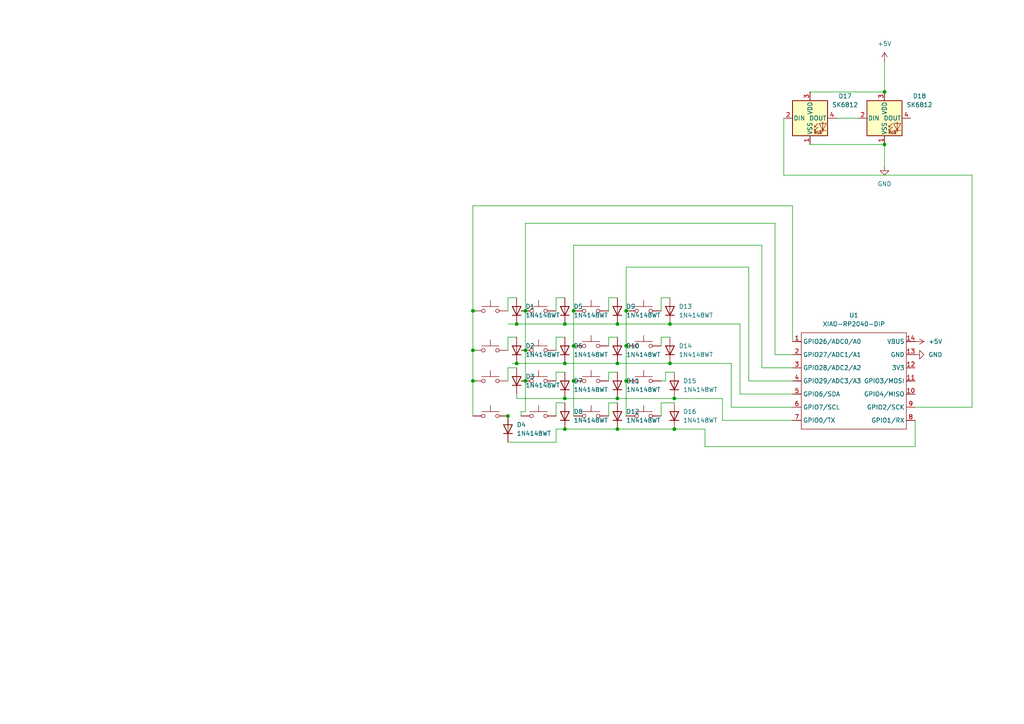
<source format=kicad_sch>
(kicad_sch
	(version 20250114)
	(generator "eeschema")
	(generator_version "9.0")
	(uuid "1da00c99-f3d9-48db-aa71-9663aa07f81f")
	(paper "A4")
	(lib_symbols
		(symbol "Diode:1N4148WT"
			(pin_numbers
				(hide yes)
			)
			(pin_names
				(hide yes)
			)
			(exclude_from_sim no)
			(in_bom yes)
			(on_board yes)
			(property "Reference" "D"
				(at 0 2.54 0)
				(effects
					(font
						(size 1.27 1.27)
					)
				)
			)
			(property "Value" "1N4148WT"
				(at 0 -2.54 0)
				(effects
					(font
						(size 1.27 1.27)
					)
				)
			)
			(property "Footprint" "Diode_SMD:D_SOD-523"
				(at 0 -4.445 0)
				(effects
					(font
						(size 1.27 1.27)
					)
					(hide yes)
				)
			)
			(property "Datasheet" "https://www.diodes.com/assets/Datasheets/ds30396.pdf"
				(at 0 0 0)
				(effects
					(font
						(size 1.27 1.27)
					)
					(hide yes)
				)
			)
			(property "Description" "75V 0.15A Fast switching Diode, SOD-523"
				(at 0 0 0)
				(effects
					(font
						(size 1.27 1.27)
					)
					(hide yes)
				)
			)
			(property "Sim.Device" "D"
				(at 0 0 0)
				(effects
					(font
						(size 1.27 1.27)
					)
					(hide yes)
				)
			)
			(property "Sim.Pins" "1=K 2=A"
				(at 0 0 0)
				(effects
					(font
						(size 1.27 1.27)
					)
					(hide yes)
				)
			)
			(property "ki_keywords" "diode"
				(at 0 0 0)
				(effects
					(font
						(size 1.27 1.27)
					)
					(hide yes)
				)
			)
			(property "ki_fp_filters" "D*SOD?523*"
				(at 0 0 0)
				(effects
					(font
						(size 1.27 1.27)
					)
					(hide yes)
				)
			)
			(symbol "1N4148WT_0_1"
				(polyline
					(pts
						(xy -1.27 1.27) (xy -1.27 -1.27)
					)
					(stroke
						(width 0.254)
						(type default)
					)
					(fill
						(type none)
					)
				)
				(polyline
					(pts
						(xy 1.27 1.27) (xy 1.27 -1.27) (xy -1.27 0) (xy 1.27 1.27)
					)
					(stroke
						(width 0.254)
						(type default)
					)
					(fill
						(type none)
					)
				)
				(polyline
					(pts
						(xy 1.27 0) (xy -1.27 0)
					)
					(stroke
						(width 0)
						(type default)
					)
					(fill
						(type none)
					)
				)
			)
			(symbol "1N4148WT_1_1"
				(pin passive line
					(at -3.81 0 0)
					(length 2.54)
					(name "K"
						(effects
							(font
								(size 1.27 1.27)
							)
						)
					)
					(number "1"
						(effects
							(font
								(size 1.27 1.27)
							)
						)
					)
				)
				(pin passive line
					(at 3.81 0 180)
					(length 2.54)
					(name "A"
						(effects
							(font
								(size 1.27 1.27)
							)
						)
					)
					(number "2"
						(effects
							(font
								(size 1.27 1.27)
							)
						)
					)
				)
			)
			(embedded_fonts no)
		)
		(symbol "LED:SK6812"
			(pin_names
				(offset 0.254)
			)
			(exclude_from_sim no)
			(in_bom yes)
			(on_board yes)
			(property "Reference" "D"
				(at 5.08 5.715 0)
				(effects
					(font
						(size 1.27 1.27)
					)
					(justify right bottom)
				)
			)
			(property "Value" "SK6812"
				(at 1.27 -5.715 0)
				(effects
					(font
						(size 1.27 1.27)
					)
					(justify left top)
				)
			)
			(property "Footprint" "LED_SMD:LED_SK6812_PLCC4_5.0x5.0mm_P3.2mm"
				(at 1.27 -7.62 0)
				(effects
					(font
						(size 1.27 1.27)
					)
					(justify left top)
					(hide yes)
				)
			)
			(property "Datasheet" "https://cdn-shop.adafruit.com/product-files/1138/SK6812+LED+datasheet+.pdf"
				(at 2.54 -9.525 0)
				(effects
					(font
						(size 1.27 1.27)
					)
					(justify left top)
					(hide yes)
				)
			)
			(property "Description" "RGB LED with integrated controller"
				(at 0 0 0)
				(effects
					(font
						(size 1.27 1.27)
					)
					(hide yes)
				)
			)
			(property "ki_keywords" "RGB LED NeoPixel addressable"
				(at 0 0 0)
				(effects
					(font
						(size 1.27 1.27)
					)
					(hide yes)
				)
			)
			(property "ki_fp_filters" "LED*SK6812*PLCC*5.0x5.0mm*P3.2mm*"
				(at 0 0 0)
				(effects
					(font
						(size 1.27 1.27)
					)
					(hide yes)
				)
			)
			(symbol "SK6812_0_0"
				(text "RGB"
					(at 2.286 -4.191 0)
					(effects
						(font
							(size 0.762 0.762)
						)
					)
				)
			)
			(symbol "SK6812_0_1"
				(polyline
					(pts
						(xy 1.27 -2.54) (xy 1.778 -2.54)
					)
					(stroke
						(width 0)
						(type default)
					)
					(fill
						(type none)
					)
				)
				(polyline
					(pts
						(xy 1.27 -3.556) (xy 1.778 -3.556)
					)
					(stroke
						(width 0)
						(type default)
					)
					(fill
						(type none)
					)
				)
				(polyline
					(pts
						(xy 2.286 -1.524) (xy 1.27 -2.54) (xy 1.27 -2.032)
					)
					(stroke
						(width 0)
						(type default)
					)
					(fill
						(type none)
					)
				)
				(polyline
					(pts
						(xy 2.286 -2.54) (xy 1.27 -3.556) (xy 1.27 -3.048)
					)
					(stroke
						(width 0)
						(type default)
					)
					(fill
						(type none)
					)
				)
				(polyline
					(pts
						(xy 3.683 -1.016) (xy 3.683 -3.556) (xy 3.683 -4.064)
					)
					(stroke
						(width 0)
						(type default)
					)
					(fill
						(type none)
					)
				)
				(polyline
					(pts
						(xy 4.699 -1.524) (xy 2.667 -1.524) (xy 3.683 -3.556) (xy 4.699 -1.524)
					)
					(stroke
						(width 0)
						(type default)
					)
					(fill
						(type none)
					)
				)
				(polyline
					(pts
						(xy 4.699 -3.556) (xy 2.667 -3.556)
					)
					(stroke
						(width 0)
						(type default)
					)
					(fill
						(type none)
					)
				)
				(rectangle
					(start 5.08 5.08)
					(end -5.08 -5.08)
					(stroke
						(width 0.254)
						(type default)
					)
					(fill
						(type background)
					)
				)
			)
			(symbol "SK6812_1_1"
				(pin input line
					(at -7.62 0 0)
					(length 2.54)
					(name "DIN"
						(effects
							(font
								(size 1.27 1.27)
							)
						)
					)
					(number "2"
						(effects
							(font
								(size 1.27 1.27)
							)
						)
					)
				)
				(pin power_in line
					(at 0 7.62 270)
					(length 2.54)
					(name "VDD"
						(effects
							(font
								(size 1.27 1.27)
							)
						)
					)
					(number "3"
						(effects
							(font
								(size 1.27 1.27)
							)
						)
					)
				)
				(pin power_in line
					(at 0 -7.62 90)
					(length 2.54)
					(name "VSS"
						(effects
							(font
								(size 1.27 1.27)
							)
						)
					)
					(number "1"
						(effects
							(font
								(size 1.27 1.27)
							)
						)
					)
				)
				(pin output line
					(at 7.62 0 180)
					(length 2.54)
					(name "DOUT"
						(effects
							(font
								(size 1.27 1.27)
							)
						)
					)
					(number "4"
						(effects
							(font
								(size 1.27 1.27)
							)
						)
					)
				)
			)
			(embedded_fonts no)
		)
		(symbol "OPl librarys:XIAO-RP2040-DIP"
			(exclude_from_sim no)
			(in_bom yes)
			(on_board yes)
			(property "Reference" "U"
				(at 0 0 0)
				(effects
					(font
						(size 1.27 1.27)
					)
				)
			)
			(property "Value" "XIAO-RP2040-DIP"
				(at 5.334 -1.778 0)
				(effects
					(font
						(size 1.27 1.27)
					)
				)
			)
			(property "Footprint" "Module:MOUDLE14P-XIAO-DIP-SMD"
				(at 14.478 -32.258 0)
				(effects
					(font
						(size 1.27 1.27)
					)
					(hide yes)
				)
			)
			(property "Datasheet" ""
				(at 0 0 0)
				(effects
					(font
						(size 1.27 1.27)
					)
					(hide yes)
				)
			)
			(property "Description" ""
				(at 0 0 0)
				(effects
					(font
						(size 1.27 1.27)
					)
					(hide yes)
				)
			)
			(symbol "XIAO-RP2040-DIP_1_0"
				(polyline
					(pts
						(xy -1.27 -2.54) (xy 29.21 -2.54)
					)
					(stroke
						(width 0.1524)
						(type solid)
					)
					(fill
						(type none)
					)
				)
				(polyline
					(pts
						(xy -1.27 -5.08) (xy -2.54 -5.08)
					)
					(stroke
						(width 0.1524)
						(type solid)
					)
					(fill
						(type none)
					)
				)
				(polyline
					(pts
						(xy -1.27 -5.08) (xy -1.27 -2.54)
					)
					(stroke
						(width 0.1524)
						(type solid)
					)
					(fill
						(type none)
					)
				)
				(polyline
					(pts
						(xy -1.27 -8.89) (xy -2.54 -8.89)
					)
					(stroke
						(width 0.1524)
						(type solid)
					)
					(fill
						(type none)
					)
				)
				(polyline
					(pts
						(xy -1.27 -8.89) (xy -1.27 -5.08)
					)
					(stroke
						(width 0.1524)
						(type solid)
					)
					(fill
						(type none)
					)
				)
				(polyline
					(pts
						(xy -1.27 -12.7) (xy -2.54 -12.7)
					)
					(stroke
						(width 0.1524)
						(type solid)
					)
					(fill
						(type none)
					)
				)
				(polyline
					(pts
						(xy -1.27 -12.7) (xy -1.27 -8.89)
					)
					(stroke
						(width 0.1524)
						(type solid)
					)
					(fill
						(type none)
					)
				)
				(polyline
					(pts
						(xy -1.27 -16.51) (xy -2.54 -16.51)
					)
					(stroke
						(width 0.1524)
						(type solid)
					)
					(fill
						(type none)
					)
				)
				(polyline
					(pts
						(xy -1.27 -16.51) (xy -1.27 -12.7)
					)
					(stroke
						(width 0.1524)
						(type solid)
					)
					(fill
						(type none)
					)
				)
				(polyline
					(pts
						(xy -1.27 -20.32) (xy -2.54 -20.32)
					)
					(stroke
						(width 0.1524)
						(type solid)
					)
					(fill
						(type none)
					)
				)
				(polyline
					(pts
						(xy -1.27 -24.13) (xy -2.54 -24.13)
					)
					(stroke
						(width 0.1524)
						(type solid)
					)
					(fill
						(type none)
					)
				)
				(polyline
					(pts
						(xy -1.27 -27.94) (xy -2.54 -27.94)
					)
					(stroke
						(width 0.1524)
						(type solid)
					)
					(fill
						(type none)
					)
				)
				(polyline
					(pts
						(xy -1.27 -30.48) (xy -1.27 -16.51)
					)
					(stroke
						(width 0.1524)
						(type solid)
					)
					(fill
						(type none)
					)
				)
				(polyline
					(pts
						(xy 29.21 -2.54) (xy 29.21 -5.08)
					)
					(stroke
						(width 0.1524)
						(type solid)
					)
					(fill
						(type none)
					)
				)
				(polyline
					(pts
						(xy 29.21 -5.08) (xy 29.21 -8.89)
					)
					(stroke
						(width 0.1524)
						(type solid)
					)
					(fill
						(type none)
					)
				)
				(polyline
					(pts
						(xy 29.21 -8.89) (xy 29.21 -12.7)
					)
					(stroke
						(width 0.1524)
						(type solid)
					)
					(fill
						(type none)
					)
				)
				(polyline
					(pts
						(xy 29.21 -12.7) (xy 29.21 -30.48)
					)
					(stroke
						(width 0.1524)
						(type solid)
					)
					(fill
						(type none)
					)
				)
				(polyline
					(pts
						(xy 29.21 -30.48) (xy -1.27 -30.48)
					)
					(stroke
						(width 0.1524)
						(type solid)
					)
					(fill
						(type none)
					)
				)
				(polyline
					(pts
						(xy 30.48 -5.08) (xy 29.21 -5.08)
					)
					(stroke
						(width 0.1524)
						(type solid)
					)
					(fill
						(type none)
					)
				)
				(polyline
					(pts
						(xy 30.48 -8.89) (xy 29.21 -8.89)
					)
					(stroke
						(width 0.1524)
						(type solid)
					)
					(fill
						(type none)
					)
				)
				(polyline
					(pts
						(xy 30.48 -12.7) (xy 29.21 -12.7)
					)
					(stroke
						(width 0.1524)
						(type solid)
					)
					(fill
						(type none)
					)
				)
				(polyline
					(pts
						(xy 30.48 -16.51) (xy 29.21 -16.51)
					)
					(stroke
						(width 0.1524)
						(type solid)
					)
					(fill
						(type none)
					)
				)
				(polyline
					(pts
						(xy 30.48 -20.32) (xy 29.21 -20.32)
					)
					(stroke
						(width 0.1524)
						(type solid)
					)
					(fill
						(type none)
					)
				)
				(polyline
					(pts
						(xy 30.48 -24.13) (xy 29.21 -24.13)
					)
					(stroke
						(width 0.1524)
						(type solid)
					)
					(fill
						(type none)
					)
				)
				(polyline
					(pts
						(xy 30.48 -27.94) (xy 29.21 -27.94)
					)
					(stroke
						(width 0.1524)
						(type solid)
					)
					(fill
						(type none)
					)
				)
				(pin passive line
					(at -3.81 -5.08 0)
					(length 2.54)
					(name "GPIO26/ADC0/A0"
						(effects
							(font
								(size 1.27 1.27)
							)
						)
					)
					(number "1"
						(effects
							(font
								(size 1.27 1.27)
							)
						)
					)
				)
				(pin passive line
					(at -3.81 -8.89 0)
					(length 2.54)
					(name "GPIO27/ADC1/A1"
						(effects
							(font
								(size 1.27 1.27)
							)
						)
					)
					(number "2"
						(effects
							(font
								(size 1.27 1.27)
							)
						)
					)
				)
				(pin passive line
					(at -3.81 -12.7 0)
					(length 2.54)
					(name "GPIO28/ADC2/A2"
						(effects
							(font
								(size 1.27 1.27)
							)
						)
					)
					(number "3"
						(effects
							(font
								(size 1.27 1.27)
							)
						)
					)
				)
				(pin passive line
					(at -3.81 -16.51 0)
					(length 2.54)
					(name "GPIO29/ADC3/A3"
						(effects
							(font
								(size 1.27 1.27)
							)
						)
					)
					(number "4"
						(effects
							(font
								(size 1.27 1.27)
							)
						)
					)
				)
				(pin passive line
					(at -3.81 -20.32 0)
					(length 2.54)
					(name "GPIO6/SDA"
						(effects
							(font
								(size 1.27 1.27)
							)
						)
					)
					(number "5"
						(effects
							(font
								(size 1.27 1.27)
							)
						)
					)
				)
				(pin passive line
					(at -3.81 -24.13 0)
					(length 2.54)
					(name "GPIO7/SCL"
						(effects
							(font
								(size 1.27 1.27)
							)
						)
					)
					(number "6"
						(effects
							(font
								(size 1.27 1.27)
							)
						)
					)
				)
				(pin passive line
					(at -3.81 -27.94 0)
					(length 2.54)
					(name "GPIO0/TX"
						(effects
							(font
								(size 1.27 1.27)
							)
						)
					)
					(number "7"
						(effects
							(font
								(size 1.27 1.27)
							)
						)
					)
				)
				(pin passive line
					(at 31.75 -5.08 180)
					(length 2.54)
					(name "VBUS"
						(effects
							(font
								(size 1.27 1.27)
							)
						)
					)
					(number "14"
						(effects
							(font
								(size 1.27 1.27)
							)
						)
					)
				)
				(pin passive line
					(at 31.75 -8.89 180)
					(length 2.54)
					(name "GND"
						(effects
							(font
								(size 1.27 1.27)
							)
						)
					)
					(number "13"
						(effects
							(font
								(size 1.27 1.27)
							)
						)
					)
				)
				(pin passive line
					(at 31.75 -12.7 180)
					(length 2.54)
					(name "3V3"
						(effects
							(font
								(size 1.27 1.27)
							)
						)
					)
					(number "12"
						(effects
							(font
								(size 1.27 1.27)
							)
						)
					)
				)
				(pin passive line
					(at 31.75 -16.51 180)
					(length 2.54)
					(name "GPIO3/MOSI"
						(effects
							(font
								(size 1.27 1.27)
							)
						)
					)
					(number "11"
						(effects
							(font
								(size 1.27 1.27)
							)
						)
					)
				)
				(pin passive line
					(at 31.75 -20.32 180)
					(length 2.54)
					(name "GPIO4/MISO"
						(effects
							(font
								(size 1.27 1.27)
							)
						)
					)
					(number "10"
						(effects
							(font
								(size 1.27 1.27)
							)
						)
					)
				)
				(pin passive line
					(at 31.75 -24.13 180)
					(length 2.54)
					(name "GPIO2/SCK"
						(effects
							(font
								(size 1.27 1.27)
							)
						)
					)
					(number "9"
						(effects
							(font
								(size 1.27 1.27)
							)
						)
					)
				)
				(pin passive line
					(at 31.75 -27.94 180)
					(length 2.54)
					(name "GPIO1/RX"
						(effects
							(font
								(size 1.27 1.27)
							)
						)
					)
					(number "8"
						(effects
							(font
								(size 1.27 1.27)
							)
						)
					)
				)
			)
			(embedded_fonts no)
		)
		(symbol "Switch:SW_Push"
			(pin_numbers
				(hide yes)
			)
			(pin_names
				(offset 1.016)
				(hide yes)
			)
			(exclude_from_sim no)
			(in_bom yes)
			(on_board yes)
			(property "Reference" "SW"
				(at 1.27 2.54 0)
				(effects
					(font
						(size 1.27 1.27)
					)
					(justify left)
				)
			)
			(property "Value" "SW_Push"
				(at 0 -1.524 0)
				(effects
					(font
						(size 1.27 1.27)
					)
				)
			)
			(property "Footprint" ""
				(at 0 5.08 0)
				(effects
					(font
						(size 1.27 1.27)
					)
					(hide yes)
				)
			)
			(property "Datasheet" "~"
				(at 0 5.08 0)
				(effects
					(font
						(size 1.27 1.27)
					)
					(hide yes)
				)
			)
			(property "Description" "Push button switch, generic, two pins"
				(at 0 0 0)
				(effects
					(font
						(size 1.27 1.27)
					)
					(hide yes)
				)
			)
			(property "ki_keywords" "switch normally-open pushbutton push-button"
				(at 0 0 0)
				(effects
					(font
						(size 1.27 1.27)
					)
					(hide yes)
				)
			)
			(symbol "SW_Push_0_1"
				(circle
					(center -2.032 0)
					(radius 0.508)
					(stroke
						(width 0)
						(type default)
					)
					(fill
						(type none)
					)
				)
				(polyline
					(pts
						(xy 0 1.27) (xy 0 3.048)
					)
					(stroke
						(width 0)
						(type default)
					)
					(fill
						(type none)
					)
				)
				(circle
					(center 2.032 0)
					(radius 0.508)
					(stroke
						(width 0)
						(type default)
					)
					(fill
						(type none)
					)
				)
				(polyline
					(pts
						(xy 2.54 1.27) (xy -2.54 1.27)
					)
					(stroke
						(width 0)
						(type default)
					)
					(fill
						(type none)
					)
				)
				(pin passive line
					(at -5.08 0 0)
					(length 2.54)
					(name "1"
						(effects
							(font
								(size 1.27 1.27)
							)
						)
					)
					(number "1"
						(effects
							(font
								(size 1.27 1.27)
							)
						)
					)
				)
				(pin passive line
					(at 5.08 0 180)
					(length 2.54)
					(name "2"
						(effects
							(font
								(size 1.27 1.27)
							)
						)
					)
					(number "2"
						(effects
							(font
								(size 1.27 1.27)
							)
						)
					)
				)
			)
			(embedded_fonts no)
		)
		(symbol "power:+5V"
			(power)
			(pin_numbers
				(hide yes)
			)
			(pin_names
				(offset 0)
				(hide yes)
			)
			(exclude_from_sim no)
			(in_bom yes)
			(on_board yes)
			(property "Reference" "#PWR"
				(at 0 -3.81 0)
				(effects
					(font
						(size 1.27 1.27)
					)
					(hide yes)
				)
			)
			(property "Value" "+5V"
				(at 0 3.556 0)
				(effects
					(font
						(size 1.27 1.27)
					)
				)
			)
			(property "Footprint" ""
				(at 0 0 0)
				(effects
					(font
						(size 1.27 1.27)
					)
					(hide yes)
				)
			)
			(property "Datasheet" ""
				(at 0 0 0)
				(effects
					(font
						(size 1.27 1.27)
					)
					(hide yes)
				)
			)
			(property "Description" "Power symbol creates a global label with name \"+5V\""
				(at 0 0 0)
				(effects
					(font
						(size 1.27 1.27)
					)
					(hide yes)
				)
			)
			(property "ki_keywords" "global power"
				(at 0 0 0)
				(effects
					(font
						(size 1.27 1.27)
					)
					(hide yes)
				)
			)
			(symbol "+5V_0_1"
				(polyline
					(pts
						(xy -0.762 1.27) (xy 0 2.54)
					)
					(stroke
						(width 0)
						(type default)
					)
					(fill
						(type none)
					)
				)
				(polyline
					(pts
						(xy 0 2.54) (xy 0.762 1.27)
					)
					(stroke
						(width 0)
						(type default)
					)
					(fill
						(type none)
					)
				)
				(polyline
					(pts
						(xy 0 0) (xy 0 2.54)
					)
					(stroke
						(width 0)
						(type default)
					)
					(fill
						(type none)
					)
				)
			)
			(symbol "+5V_1_1"
				(pin power_in line
					(at 0 0 90)
					(length 0)
					(name "~"
						(effects
							(font
								(size 1.27 1.27)
							)
						)
					)
					(number "1"
						(effects
							(font
								(size 1.27 1.27)
							)
						)
					)
				)
			)
			(embedded_fonts no)
		)
		(symbol "power:GND"
			(power)
			(pin_numbers
				(hide yes)
			)
			(pin_names
				(offset 0)
				(hide yes)
			)
			(exclude_from_sim no)
			(in_bom yes)
			(on_board yes)
			(property "Reference" "#PWR"
				(at 0 -6.35 0)
				(effects
					(font
						(size 1.27 1.27)
					)
					(hide yes)
				)
			)
			(property "Value" "GND"
				(at 0 -3.81 0)
				(effects
					(font
						(size 1.27 1.27)
					)
				)
			)
			(property "Footprint" ""
				(at 0 0 0)
				(effects
					(font
						(size 1.27 1.27)
					)
					(hide yes)
				)
			)
			(property "Datasheet" ""
				(at 0 0 0)
				(effects
					(font
						(size 1.27 1.27)
					)
					(hide yes)
				)
			)
			(property "Description" "Power symbol creates a global label with name \"GND\" , ground"
				(at 0 0 0)
				(effects
					(font
						(size 1.27 1.27)
					)
					(hide yes)
				)
			)
			(property "ki_keywords" "global power"
				(at 0 0 0)
				(effects
					(font
						(size 1.27 1.27)
					)
					(hide yes)
				)
			)
			(symbol "GND_0_1"
				(polyline
					(pts
						(xy 0 0) (xy 0 -1.27) (xy 1.27 -1.27) (xy 0 -2.54) (xy -1.27 -1.27) (xy 0 -1.27)
					)
					(stroke
						(width 0)
						(type default)
					)
					(fill
						(type none)
					)
				)
			)
			(symbol "GND_1_1"
				(pin power_in line
					(at 0 0 270)
					(length 0)
					(name "~"
						(effects
							(font
								(size 1.27 1.27)
							)
						)
					)
					(number "1"
						(effects
							(font
								(size 1.27 1.27)
							)
						)
					)
				)
			)
			(embedded_fonts no)
		)
	)
	(junction
		(at 163.83 124.46)
		(diameter 0)
		(color 0 0 0 0)
		(uuid "0cc076e2-2d6e-4ef9-901d-b06d1a8eaf01")
	)
	(junction
		(at 195.58 124.46)
		(diameter 0)
		(color 0 0 0 0)
		(uuid "1ddfe694-7261-444a-981d-fa497f3afdb4")
	)
	(junction
		(at 149.86 105.41)
		(diameter 0)
		(color 0 0 0 0)
		(uuid "2282f831-545e-4cdc-a8dd-550d734d9aeb")
	)
	(junction
		(at 137.16 101.6)
		(diameter 0)
		(color 0 0 0 0)
		(uuid "334a529b-045d-4374-b353-e51d47477796")
	)
	(junction
		(at 137.16 90.17)
		(diameter 0)
		(color 0 0 0 0)
		(uuid "34a58a43-d184-4f68-a8f0-921597b3f06a")
	)
	(junction
		(at 181.61 90.17)
		(diameter 0)
		(color 0 0 0 0)
		(uuid "37f47443-f513-4e07-80cc-f9e7b0d52bcb")
	)
	(junction
		(at 163.83 115.57)
		(diameter 0)
		(color 0 0 0 0)
		(uuid "4127931d-26c9-48d9-a502-a11dcc1f0064")
	)
	(junction
		(at 166.37 90.17)
		(diameter 0)
		(color 0 0 0 0)
		(uuid "4c227132-9d85-4dab-838b-bb0172eb4624")
	)
	(junction
		(at 179.07 124.46)
		(diameter 0)
		(color 0 0 0 0)
		(uuid "674c299f-8079-4302-bc0d-f217c63df88d")
	)
	(junction
		(at 181.61 100.33)
		(diameter 0)
		(color 0 0 0 0)
		(uuid "6844eb10-963b-46cd-b325-e22c37b3fbd0")
	)
	(junction
		(at 256.54 41.91)
		(diameter 0)
		(color 0 0 0 0)
		(uuid "6ac069f1-a247-47c8-b7a0-6c9c0fcd4663")
	)
	(junction
		(at 179.07 93.98)
		(diameter 0)
		(color 0 0 0 0)
		(uuid "7cf3464d-4b0a-4f48-a51d-8eb3f67875d1")
	)
	(junction
		(at 179.07 105.41)
		(diameter 0)
		(color 0 0 0 0)
		(uuid "7f4d04a0-23dd-4a1d-a87e-a50164e6d7fc")
	)
	(junction
		(at 149.86 93.98)
		(diameter 0)
		(color 0 0 0 0)
		(uuid "885b0a5e-0d3d-4ac5-9631-fa44a7ca16d4")
	)
	(junction
		(at 147.32 120.65)
		(diameter 0)
		(color 0 0 0 0)
		(uuid "9b1120a6-2bfd-4370-b199-1360c90377a9")
	)
	(junction
		(at 195.58 115.57)
		(diameter 0)
		(color 0 0 0 0)
		(uuid "9dbd5d49-8fb6-42d0-81b9-01d3835b6252")
	)
	(junction
		(at 194.31 93.98)
		(diameter 0)
		(color 0 0 0 0)
		(uuid "a20c2c5b-daf1-4765-8700-c57024787bd5")
	)
	(junction
		(at 194.31 105.41)
		(diameter 0)
		(color 0 0 0 0)
		(uuid "a3a0b94b-d535-4444-b7f0-9084cff3d1a0")
	)
	(junction
		(at 152.4 110.49)
		(diameter 0)
		(color 0 0 0 0)
		(uuid "a3aa8bd8-1d08-4f99-a205-9cdd468d5543")
	)
	(junction
		(at 166.37 110.49)
		(diameter 0)
		(color 0 0 0 0)
		(uuid "a7e3854f-ec40-449d-8fd9-1bc4449ade11")
	)
	(junction
		(at 137.16 110.49)
		(diameter 0)
		(color 0 0 0 0)
		(uuid "a99ef600-4f71-418e-8a5c-8b17bb55cc05")
	)
	(junction
		(at 181.61 110.49)
		(diameter 0)
		(color 0 0 0 0)
		(uuid "ab747030-0332-435d-8f5c-2c432e7d502e")
	)
	(junction
		(at 179.07 115.57)
		(diameter 0)
		(color 0 0 0 0)
		(uuid "b35cf059-f8fc-4b1a-9943-c3c71cb5c480")
	)
	(junction
		(at 166.37 100.33)
		(diameter 0)
		(color 0 0 0 0)
		(uuid "b552cdb1-5780-4f47-a2e2-1f4d73c39c81")
	)
	(junction
		(at 152.4 101.6)
		(diameter 0)
		(color 0 0 0 0)
		(uuid "be84cc1d-e7fc-44d1-8d8c-99b07693470f")
	)
	(junction
		(at 163.83 105.41)
		(diameter 0)
		(color 0 0 0 0)
		(uuid "c4f26de6-7c54-4e69-9aa4-4cabd45667fa")
	)
	(junction
		(at 163.83 93.98)
		(diameter 0)
		(color 0 0 0 0)
		(uuid "d3607c0d-9b26-4130-b765-2e8551569f3d")
	)
	(junction
		(at 256.54 26.67)
		(diameter 0)
		(color 0 0 0 0)
		(uuid "e34a1544-8af6-4d41-97e7-77299f9e4c5c")
	)
	(junction
		(at 152.4 90.17)
		(diameter 0)
		(color 0 0 0 0)
		(uuid "e3d05070-2747-40a4-859d-b4c27a75f0ca")
	)
	(wire
		(pts
			(xy 179.07 105.41) (xy 194.31 105.41)
		)
		(stroke
			(width 0)
			(type default)
		)
		(uuid "00835bd3-9461-49f9-ae66-445c1ac24600")
	)
	(wire
		(pts
			(xy 191.77 90.17) (xy 191.77 86.36)
		)
		(stroke
			(width 0)
			(type default)
		)
		(uuid "00baaa67-40cb-4b07-9f93-728c38107cf2")
	)
	(wire
		(pts
			(xy 214.63 93.98) (xy 214.63 114.3)
		)
		(stroke
			(width 0)
			(type default)
		)
		(uuid "031f4e44-d46d-4539-8c93-00350866f390")
	)
	(wire
		(pts
			(xy 151.13 90.17) (xy 152.4 90.17)
		)
		(stroke
			(width 0)
			(type default)
		)
		(uuid "05dd94d9-f4ef-46e6-9311-5d73bb63d9f7")
	)
	(wire
		(pts
			(xy 212.09 105.41) (xy 212.09 118.11)
		)
		(stroke
			(width 0)
			(type default)
		)
		(uuid "08a630e6-fe7b-42b7-9af3-43a3e93eeb06")
	)
	(wire
		(pts
			(xy 147.32 86.36) (xy 149.86 86.36)
		)
		(stroke
			(width 0)
			(type default)
		)
		(uuid "08b30fa2-8bca-4a8d-936d-4922501dd29f")
	)
	(wire
		(pts
			(xy 191.77 100.33) (xy 191.77 97.79)
		)
		(stroke
			(width 0)
			(type default)
		)
		(uuid "09a6883c-8000-48ac-83b2-76ebbf3ae605")
	)
	(wire
		(pts
			(xy 163.83 115.57) (xy 179.07 115.57)
		)
		(stroke
			(width 0)
			(type default)
		)
		(uuid "0a5c6812-4c6c-482d-9e63-3e343d89158d")
	)
	(wire
		(pts
			(xy 147.32 120.65) (xy 147.32 124.46)
		)
		(stroke
			(width 0)
			(type default)
		)
		(uuid "11df692e-ab55-4f4a-a7a2-21107ab95dc0")
	)
	(wire
		(pts
			(xy 147.32 110.49) (xy 147.32 106.68)
		)
		(stroke
			(width 0)
			(type default)
		)
		(uuid "12550faa-351d-42c8-a891-99f1d2ff76fd")
	)
	(wire
		(pts
			(xy 217.17 77.47) (xy 217.17 110.49)
		)
		(stroke
			(width 0)
			(type default)
		)
		(uuid "15b729f5-c025-4788-8f82-8bf59bf12bc5")
	)
	(wire
		(pts
			(xy 179.07 115.57) (xy 195.58 115.57)
		)
		(stroke
			(width 0)
			(type default)
		)
		(uuid "1611d0f3-4557-4ffd-a186-20dc72240f2c")
	)
	(wire
		(pts
			(xy 152.4 90.17) (xy 152.4 101.6)
		)
		(stroke
			(width 0)
			(type default)
		)
		(uuid "17dc323e-20f7-4f13-a52c-0141b325f9e2")
	)
	(wire
		(pts
			(xy 161.29 128.27) (xy 161.29 124.46)
		)
		(stroke
			(width 0)
			(type default)
		)
		(uuid "191dbea7-f161-40fc-91e5-2d95dbc4a1f1")
	)
	(wire
		(pts
			(xy 179.07 124.46) (xy 195.58 124.46)
		)
		(stroke
			(width 0)
			(type default)
		)
		(uuid "1bd846dc-9fbd-4a73-9726-a2e67759599d")
	)
	(wire
		(pts
			(xy 137.16 110.49) (xy 138.43 110.49)
		)
		(stroke
			(width 0)
			(type default)
		)
		(uuid "1f46a8ef-424b-409d-86a7-8b3a4cee6e4d")
	)
	(wire
		(pts
			(xy 176.53 120.65) (xy 176.53 116.84)
		)
		(stroke
			(width 0)
			(type default)
		)
		(uuid "2084a509-bf24-49d6-906a-62cfd841f397")
	)
	(wire
		(pts
			(xy 163.83 105.41) (xy 179.07 105.41)
		)
		(stroke
			(width 0)
			(type default)
		)
		(uuid "210e8585-d9ab-4fa2-9771-f48888ce668c")
	)
	(wire
		(pts
			(xy 137.16 90.17) (xy 138.43 90.17)
		)
		(stroke
			(width 0)
			(type default)
		)
		(uuid "2a2600e0-a805-4a8c-a7e3-69700aab509b")
	)
	(wire
		(pts
			(xy 147.32 101.6) (xy 147.32 97.79)
		)
		(stroke
			(width 0)
			(type default)
		)
		(uuid "2c6e588b-91f6-478f-a13f-e3ad198dee97")
	)
	(wire
		(pts
			(xy 149.86 105.41) (xy 163.83 105.41)
		)
		(stroke
			(width 0)
			(type default)
		)
		(uuid "30b882b2-d72e-4dca-a7a9-a1e35bd04591")
	)
	(wire
		(pts
			(xy 137.16 101.6) (xy 138.43 101.6)
		)
		(stroke
			(width 0)
			(type default)
		)
		(uuid "36c19e5e-0725-4a96-9862-201d59ecd451")
	)
	(wire
		(pts
			(xy 161.29 116.84) (xy 163.83 116.84)
		)
		(stroke
			(width 0)
			(type default)
		)
		(uuid "36c52486-d47a-4785-929e-f484b183353e")
	)
	(wire
		(pts
			(xy 193.04 107.95) (xy 193.04 110.49)
		)
		(stroke
			(width 0)
			(type default)
		)
		(uuid "3875a0ad-2365-4e06-82a9-a14f35248a42")
	)
	(wire
		(pts
			(xy 195.58 115.57) (xy 209.55 115.57)
		)
		(stroke
			(width 0)
			(type default)
		)
		(uuid "39b9a539-7dd1-4da2-be15-08f297f30411")
	)
	(wire
		(pts
			(xy 191.77 86.36) (xy 194.31 86.36)
		)
		(stroke
			(width 0)
			(type default)
		)
		(uuid "429d50df-ab96-453e-a0e4-2eb85bb7d549")
	)
	(wire
		(pts
			(xy 176.53 90.17) (xy 176.53 86.36)
		)
		(stroke
			(width 0)
			(type default)
		)
		(uuid "4331a2a9-c03a-4763-b463-ef9a9891400c")
	)
	(wire
		(pts
			(xy 224.79 64.77) (xy 224.79 102.87)
		)
		(stroke
			(width 0)
			(type default)
		)
		(uuid "437e9f6b-ed32-480e-b721-1ec74432aa3d")
	)
	(wire
		(pts
			(xy 179.07 93.98) (xy 194.31 93.98)
		)
		(stroke
			(width 0)
			(type default)
		)
		(uuid "44f11b5f-fc0e-4067-8863-f0580a54184d")
	)
	(wire
		(pts
			(xy 204.47 124.46) (xy 204.47 129.54)
		)
		(stroke
			(width 0)
			(type default)
		)
		(uuid "4aa94a09-45d5-45b2-8797-ed3a9e8bc389")
	)
	(wire
		(pts
			(xy 217.17 110.49) (xy 229.87 110.49)
		)
		(stroke
			(width 0)
			(type default)
		)
		(uuid "4ab54ce0-588a-47f9-92f6-8e837af0b70b")
	)
	(wire
		(pts
			(xy 161.29 101.6) (xy 161.29 97.79)
		)
		(stroke
			(width 0)
			(type default)
		)
		(uuid "4c150e87-a4d9-4c59-a0db-5e9f19ad5037")
	)
	(wire
		(pts
			(xy 137.16 90.17) (xy 137.16 101.6)
		)
		(stroke
			(width 0)
			(type default)
		)
		(uuid "4c325bc0-33a4-48b3-87c2-cc5e49eba206")
	)
	(wire
		(pts
			(xy 281.94 50.8) (xy 281.94 118.11)
		)
		(stroke
			(width 0)
			(type default)
		)
		(uuid "4dda1f85-747b-43df-b61b-475dce9db74a")
	)
	(wire
		(pts
			(xy 166.37 90.17) (xy 166.37 100.33)
		)
		(stroke
			(width 0)
			(type default)
		)
		(uuid "51676358-db63-4e67-99c5-8e8da8550415")
	)
	(wire
		(pts
			(xy 166.37 71.12) (xy 220.98 71.12)
		)
		(stroke
			(width 0)
			(type default)
		)
		(uuid "5489f3f3-3240-4e2e-a121-2c6335550a36")
	)
	(wire
		(pts
			(xy 195.58 124.46) (xy 204.47 124.46)
		)
		(stroke
			(width 0)
			(type default)
		)
		(uuid "581f25cf-3234-4672-8256-7b147db088fd")
	)
	(wire
		(pts
			(xy 147.32 128.27) (xy 161.29 128.27)
		)
		(stroke
			(width 0)
			(type default)
		)
		(uuid "5942e347-ee5f-4f2a-8627-4f6516c9d092")
	)
	(wire
		(pts
			(xy 194.31 93.98) (xy 214.63 93.98)
		)
		(stroke
			(width 0)
			(type default)
		)
		(uuid "5a0d674b-fc8c-4746-a518-e1f516021f2d")
	)
	(wire
		(pts
			(xy 209.55 121.92) (xy 229.87 121.92)
		)
		(stroke
			(width 0)
			(type default)
		)
		(uuid "5d911a8b-1bc0-41a2-894f-188b3b83cc6c")
	)
	(wire
		(pts
			(xy 181.61 90.17) (xy 181.61 100.33)
		)
		(stroke
			(width 0)
			(type default)
		)
		(uuid "64717064-1142-4d01-aa8c-11ee52828a6d")
	)
	(wire
		(pts
			(xy 149.86 93.98) (xy 147.32 93.98)
		)
		(stroke
			(width 0)
			(type default)
		)
		(uuid "67a379a2-f4f8-4cc2-a75d-d990ccf20b69")
	)
	(wire
		(pts
			(xy 181.61 100.33) (xy 181.61 110.49)
		)
		(stroke
			(width 0)
			(type default)
		)
		(uuid "68a5ec93-4396-43de-9752-e6bb7a0351f2")
	)
	(wire
		(pts
			(xy 152.4 64.77) (xy 152.4 90.17)
		)
		(stroke
			(width 0)
			(type default)
		)
		(uuid "69c6a039-3da7-4af3-ad59-b2d2cf9cab57")
	)
	(wire
		(pts
			(xy 265.43 129.54) (xy 265.43 121.92)
		)
		(stroke
			(width 0)
			(type default)
		)
		(uuid "6a792afe-2073-4028-aa81-f1199194d5cf")
	)
	(wire
		(pts
			(xy 151.13 110.49) (xy 152.4 110.49)
		)
		(stroke
			(width 0)
			(type default)
		)
		(uuid "6f643d4a-a673-437f-94ff-c7c1b5d4f6c8")
	)
	(wire
		(pts
			(xy 224.79 102.87) (xy 229.87 102.87)
		)
		(stroke
			(width 0)
			(type default)
		)
		(uuid "6f74ad50-eb24-452c-bb7a-a7232eafbc18")
	)
	(wire
		(pts
			(xy 147.32 97.79) (xy 149.86 97.79)
		)
		(stroke
			(width 0)
			(type default)
		)
		(uuid "71e42206-bab5-4764-83b0-92f265c6be54")
	)
	(wire
		(pts
			(xy 149.86 93.98) (xy 163.83 93.98)
		)
		(stroke
			(width 0)
			(type default)
		)
		(uuid "73a76def-0e3c-4460-9a87-c0375653a6d3")
	)
	(wire
		(pts
			(xy 181.61 77.47) (xy 181.61 90.17)
		)
		(stroke
			(width 0)
			(type default)
		)
		(uuid "73f44517-d7a6-4db0-a172-da4c7b82864e")
	)
	(wire
		(pts
			(xy 149.86 114.3) (xy 149.86 115.57)
		)
		(stroke
			(width 0)
			(type default)
		)
		(uuid "78b27b78-2adc-47a3-b54e-96d66c6a66fb")
	)
	(wire
		(pts
			(xy 214.63 114.3) (xy 229.87 114.3)
		)
		(stroke
			(width 0)
			(type default)
		)
		(uuid "79391ff3-788c-43dd-b01f-2d99a22bf0e1")
	)
	(wire
		(pts
			(xy 176.53 100.33) (xy 176.53 97.79)
		)
		(stroke
			(width 0)
			(type default)
		)
		(uuid "7a760c86-e028-4575-a278-1c31082453b6")
	)
	(wire
		(pts
			(xy 256.54 41.91) (xy 256.54 48.26)
		)
		(stroke
			(width 0)
			(type default)
		)
		(uuid "7bf0764b-0ea3-4c28-a5ff-1951e177c996")
	)
	(wire
		(pts
			(xy 195.58 107.95) (xy 193.04 107.95)
		)
		(stroke
			(width 0)
			(type default)
		)
		(uuid "7ef42fdf-f905-4b7d-b7c1-a97f166a7dfe")
	)
	(wire
		(pts
			(xy 281.94 118.11) (xy 265.43 118.11)
		)
		(stroke
			(width 0)
			(type default)
		)
		(uuid "83326db4-9693-4e1d-899c-7d9b1ce284bb")
	)
	(wire
		(pts
			(xy 161.29 86.36) (xy 163.83 86.36)
		)
		(stroke
			(width 0)
			(type default)
		)
		(uuid "8532cfc5-963e-4d1b-bdff-276306b33854")
	)
	(wire
		(pts
			(xy 149.86 115.57) (xy 163.83 115.57)
		)
		(stroke
			(width 0)
			(type default)
		)
		(uuid "87018958-aa84-46a5-8167-3c03bb8efa15")
	)
	(wire
		(pts
			(xy 212.09 118.11) (xy 229.87 118.11)
		)
		(stroke
			(width 0)
			(type default)
		)
		(uuid "89617576-d001-4ff4-b5e7-e37bf6b1813c")
	)
	(wire
		(pts
			(xy 191.77 120.65) (xy 191.77 116.84)
		)
		(stroke
			(width 0)
			(type default)
		)
		(uuid "8a6750e9-d248-4929-801c-c796013dfa4f")
	)
	(wire
		(pts
			(xy 152.4 64.77) (xy 224.79 64.77)
		)
		(stroke
			(width 0)
			(type default)
		)
		(uuid "8ea2ecf7-2086-4a57-9592-0b3f549ef8fc")
	)
	(wire
		(pts
			(xy 151.13 101.6) (xy 152.4 101.6)
		)
		(stroke
			(width 0)
			(type default)
		)
		(uuid "914378de-9b6b-4e68-b1dd-ec54c2dcab3c")
	)
	(wire
		(pts
			(xy 152.4 119.38) (xy 152.4 110.49)
		)
		(stroke
			(width 0)
			(type default)
		)
		(uuid "929fb158-2bba-4a18-9675-67e2ac0751c2")
	)
	(wire
		(pts
			(xy 194.31 105.41) (xy 212.09 105.41)
		)
		(stroke
			(width 0)
			(type default)
		)
		(uuid "950de9b9-38d5-4c2f-9f51-9113d0da0707")
	)
	(wire
		(pts
			(xy 227.33 50.8) (xy 281.94 50.8)
		)
		(stroke
			(width 0)
			(type default)
		)
		(uuid "95522e65-7169-49a9-b5a8-4b0168f05677")
	)
	(wire
		(pts
			(xy 161.29 97.79) (xy 163.83 97.79)
		)
		(stroke
			(width 0)
			(type default)
		)
		(uuid "96e301ec-b743-4f54-ba6c-5cec0b5e7bba")
	)
	(wire
		(pts
			(xy 176.53 116.84) (xy 179.07 116.84)
		)
		(stroke
			(width 0)
			(type default)
		)
		(uuid "98c5ecdc-93b0-4108-b94b-c438e12f160e")
	)
	(wire
		(pts
			(xy 176.53 97.79) (xy 179.07 97.79)
		)
		(stroke
			(width 0)
			(type default)
		)
		(uuid "9b11ef52-d16a-4242-ae9c-b65b8ab54271")
	)
	(wire
		(pts
			(xy 161.29 120.65) (xy 161.29 116.84)
		)
		(stroke
			(width 0)
			(type default)
		)
		(uuid "9e7ebb5a-0fc4-48fa-ba5b-36bf2a87d949")
	)
	(wire
		(pts
			(xy 229.87 59.69) (xy 229.87 99.06)
		)
		(stroke
			(width 0)
			(type default)
		)
		(uuid "9f53385b-a312-4006-a6fc-c425d3c55ad9")
	)
	(wire
		(pts
			(xy 149.86 105.41) (xy 148.59 105.41)
		)
		(stroke
			(width 0)
			(type default)
		)
		(uuid "9fa0b083-51aa-42f1-a0b5-85cdd1232779")
	)
	(wire
		(pts
			(xy 161.29 124.46) (xy 163.83 124.46)
		)
		(stroke
			(width 0)
			(type default)
		)
		(uuid "a0e4df92-b62d-4ba0-9b07-e738fdd94b06")
	)
	(wire
		(pts
			(xy 181.61 110.49) (xy 181.61 120.65)
		)
		(stroke
			(width 0)
			(type default)
		)
		(uuid "a496c926-3851-4e37-a7df-064206be6555")
	)
	(wire
		(pts
			(xy 176.53 110.49) (xy 176.53 107.95)
		)
		(stroke
			(width 0)
			(type default)
		)
		(uuid "a849d66d-b413-4987-bba7-12218dba33d5")
	)
	(wire
		(pts
			(xy 151.13 119.38) (xy 151.13 120.65)
		)
		(stroke
			(width 0)
			(type default)
		)
		(uuid "accd6fce-b428-40d7-860d-e5331298156a")
	)
	(wire
		(pts
			(xy 163.83 93.98) (xy 179.07 93.98)
		)
		(stroke
			(width 0)
			(type default)
		)
		(uuid "ae348fa2-cd1e-4886-a454-b6d7d74ecacb")
	)
	(wire
		(pts
			(xy 161.29 107.95) (xy 163.83 107.95)
		)
		(stroke
			(width 0)
			(type default)
		)
		(uuid "b3aff27c-b82d-4f74-913c-bb7ae0792add")
	)
	(wire
		(pts
			(xy 151.13 119.38) (xy 152.4 119.38)
		)
		(stroke
			(width 0)
			(type default)
		)
		(uuid "b857227a-102e-45be-be7d-cf6b32b87061")
	)
	(wire
		(pts
			(xy 152.4 101.6) (xy 152.4 110.49)
		)
		(stroke
			(width 0)
			(type default)
		)
		(uuid "b9398d9d-b8ec-48fc-aa39-d636bc002b4e")
	)
	(wire
		(pts
			(xy 163.83 124.46) (xy 179.07 124.46)
		)
		(stroke
			(width 0)
			(type default)
		)
		(uuid "baceff56-71c5-4deb-b50e-8c1a3d8cabb3")
	)
	(wire
		(pts
			(xy 256.54 17.78) (xy 256.54 26.67)
		)
		(stroke
			(width 0)
			(type default)
		)
		(uuid "bb4703ba-b36e-4274-aac8-9a6f1c1f6685")
	)
	(wire
		(pts
			(xy 137.16 101.6) (xy 137.16 110.49)
		)
		(stroke
			(width 0)
			(type default)
		)
		(uuid "bf9ef9e1-14be-4cc8-8d85-070a7f7b631e")
	)
	(wire
		(pts
			(xy 176.53 107.95) (xy 179.07 107.95)
		)
		(stroke
			(width 0)
			(type default)
		)
		(uuid "c0fa987b-faa6-40e2-ac72-9b12af460619")
	)
	(wire
		(pts
			(xy 227.33 34.29) (xy 227.33 50.8)
		)
		(stroke
			(width 0)
			(type default)
		)
		(uuid "c18f3893-53f7-4296-bf71-e8014d15d8e3")
	)
	(wire
		(pts
			(xy 166.37 71.12) (xy 166.37 90.17)
		)
		(stroke
			(width 0)
			(type default)
		)
		(uuid "c1df347b-3646-4732-9157-79cbe3a12a0e")
	)
	(wire
		(pts
			(xy 137.16 59.69) (xy 229.87 59.69)
		)
		(stroke
			(width 0)
			(type default)
		)
		(uuid "c420eed9-78da-4483-8d73-393ea010929f")
	)
	(wire
		(pts
			(xy 220.98 106.68) (xy 229.87 106.68)
		)
		(stroke
			(width 0)
			(type default)
		)
		(uuid "c7d6fa91-a3fc-483a-b8c8-2fcff6862b67")
	)
	(wire
		(pts
			(xy 204.47 129.54) (xy 265.43 129.54)
		)
		(stroke
			(width 0)
			(type default)
		)
		(uuid "c8ed554c-658e-4c55-9874-72bb776be782")
	)
	(wire
		(pts
			(xy 147.32 90.17) (xy 147.32 86.36)
		)
		(stroke
			(width 0)
			(type default)
		)
		(uuid "c97583d2-e77f-4914-acbe-092b2cff82a5")
	)
	(wire
		(pts
			(xy 161.29 110.49) (xy 161.29 107.95)
		)
		(stroke
			(width 0)
			(type default)
		)
		(uuid "c982a267-3c75-4723-93c0-539f2adf08c3")
	)
	(wire
		(pts
			(xy 234.95 41.91) (xy 256.54 41.91)
		)
		(stroke
			(width 0)
			(type default)
		)
		(uuid "d21427f3-51d7-470c-a1d2-aedad2dc99c8")
	)
	(wire
		(pts
			(xy 209.55 115.57) (xy 209.55 121.92)
		)
		(stroke
			(width 0)
			(type default)
		)
		(uuid "d3ffba57-da93-4fd7-ab0d-5599ed163ae4")
	)
	(wire
		(pts
			(xy 234.95 26.67) (xy 256.54 26.67)
		)
		(stroke
			(width 0)
			(type default)
		)
		(uuid "d8510e8b-4111-4032-aa05-5d42ed8e64d9")
	)
	(wire
		(pts
			(xy 137.16 59.69) (xy 137.16 90.17)
		)
		(stroke
			(width 0)
			(type default)
		)
		(uuid "d8b602b5-c69d-4dee-82d5-89d181a1baec")
	)
	(wire
		(pts
			(xy 242.57 34.29) (xy 248.92 34.29)
		)
		(stroke
			(width 0)
			(type default)
		)
		(uuid "db2b0b05-74ed-463a-9f06-94d9a6558f35")
	)
	(wire
		(pts
			(xy 166.37 100.33) (xy 166.37 110.49)
		)
		(stroke
			(width 0)
			(type default)
		)
		(uuid "dd63a89d-b124-43b2-b231-2c219eb46412")
	)
	(wire
		(pts
			(xy 193.04 110.49) (xy 191.77 110.49)
		)
		(stroke
			(width 0)
			(type default)
		)
		(uuid "deea2fec-6bd4-4e33-bbca-586a60dd3c7f")
	)
	(wire
		(pts
			(xy 181.61 77.47) (xy 217.17 77.47)
		)
		(stroke
			(width 0)
			(type default)
		)
		(uuid "dfdf229b-debe-40c9-bbf5-4a4452c95255")
	)
	(wire
		(pts
			(xy 220.98 71.12) (xy 220.98 106.68)
		)
		(stroke
			(width 0)
			(type default)
		)
		(uuid "e1b8c780-2aa3-4ac1-a6c5-77b542ef99dc")
	)
	(wire
		(pts
			(xy 147.32 106.68) (xy 149.86 106.68)
		)
		(stroke
			(width 0)
			(type default)
		)
		(uuid "e7fc796d-8df4-46d8-a466-2d21e9f87078")
	)
	(wire
		(pts
			(xy 176.53 86.36) (xy 179.07 86.36)
		)
		(stroke
			(width 0)
			(type default)
		)
		(uuid "e8462d19-5fea-49db-9ed5-a4222a8df7a8")
	)
	(wire
		(pts
			(xy 191.77 116.84) (xy 195.58 116.84)
		)
		(stroke
			(width 0)
			(type default)
		)
		(uuid "ef6870d6-eaf2-4beb-9936-e4c0fd0ef1ca")
	)
	(wire
		(pts
			(xy 137.16 110.49) (xy 137.16 120.65)
		)
		(stroke
			(width 0)
			(type default)
		)
		(uuid "f05d833e-2b09-47bd-b45a-2066a6730aac")
	)
	(wire
		(pts
			(xy 161.29 90.17) (xy 161.29 86.36)
		)
		(stroke
			(width 0)
			(type default)
		)
		(uuid "f1425ed4-588a-46ba-9df3-6c0c544c29bc")
	)
	(wire
		(pts
			(xy 166.37 110.49) (xy 166.37 120.65)
		)
		(stroke
			(width 0)
			(type default)
		)
		(uuid "f2656c67-672f-4883-81cd-d37bf845c949")
	)
	(wire
		(pts
			(xy 191.77 97.79) (xy 194.31 97.79)
		)
		(stroke
			(width 0)
			(type default)
		)
		(uuid "f47c3bde-4e9c-4e59-b7fa-c339e56de88e")
	)
	(symbol
		(lib_id "power:+5V")
		(at 256.54 17.78 0)
		(unit 1)
		(exclude_from_sim no)
		(in_bom yes)
		(on_board yes)
		(dnp no)
		(fields_autoplaced yes)
		(uuid "037ffc39-8eda-4f74-9daf-e37bf60cb968")
		(property "Reference" "#PWR01"
			(at 256.54 21.59 0)
			(effects
				(font
					(size 1.27 1.27)
				)
				(hide yes)
			)
		)
		(property "Value" "+5V"
			(at 256.54 12.7 0)
			(effects
				(font
					(size 1.27 1.27)
				)
			)
		)
		(property "Footprint" ""
			(at 256.54 17.78 0)
			(effects
				(font
					(size 1.27 1.27)
				)
				(hide yes)
			)
		)
		(property "Datasheet" ""
			(at 256.54 17.78 0)
			(effects
				(font
					(size 1.27 1.27)
				)
				(hide yes)
			)
		)
		(property "Description" "Power symbol creates a global label with name \"+5V\""
			(at 256.54 17.78 0)
			(effects
				(font
					(size 1.27 1.27)
				)
				(hide yes)
			)
		)
		(pin "1"
			(uuid "2cbbb0c5-b962-45ac-8621-e128c0dc62a2")
		)
		(instances
			(project ""
				(path "/1da00c99-f3d9-48db-aa71-9663aa07f81f"
					(reference "#PWR01")
					(unit 1)
				)
			)
		)
	)
	(symbol
		(lib_id "Diode:1N4148WT")
		(at 163.83 111.76 90)
		(unit 1)
		(exclude_from_sim no)
		(in_bom yes)
		(on_board yes)
		(dnp no)
		(fields_autoplaced yes)
		(uuid "08c1fa5d-4682-4878-a2f7-63bacbc55c1b")
		(property "Reference" "D7"
			(at 166.37 110.4899 90)
			(effects
				(font
					(size 1.27 1.27)
				)
				(justify right)
			)
		)
		(property "Value" "1N4148WT"
			(at 166.37 113.0299 90)
			(effects
				(font
					(size 1.27 1.27)
				)
				(justify right)
			)
		)
		(property "Footprint" "Diode_SMD:D_SOD-523"
			(at 168.275 111.76 0)
			(effects
				(font
					(size 1.27 1.27)
				)
				(hide yes)
			)
		)
		(property "Datasheet" "https://www.diodes.com/assets/Datasheets/ds30396.pdf"
			(at 163.83 111.76 0)
			(effects
				(font
					(size 1.27 1.27)
				)
				(hide yes)
			)
		)
		(property "Description" "75V 0.15A Fast switching Diode, SOD-523"
			(at 163.83 111.76 0)
			(effects
				(font
					(size 1.27 1.27)
				)
				(hide yes)
			)
		)
		(property "Sim.Device" "D"
			(at 163.83 111.76 0)
			(effects
				(font
					(size 1.27 1.27)
				)
				(hide yes)
			)
		)
		(property "Sim.Pins" "1=K 2=A"
			(at 163.83 111.76 0)
			(effects
				(font
					(size 1.27 1.27)
				)
				(hide yes)
			)
		)
		(pin "1"
			(uuid "bb5d7014-104c-4c27-b06e-49dd7aff0475")
		)
		(pin "2"
			(uuid "db53e8e3-ea6d-47e9-b641-52cbb294e306")
		)
		(instances
			(project "kicad"
				(path "/1da00c99-f3d9-48db-aa71-9663aa07f81f"
					(reference "D7")
					(unit 1)
				)
			)
		)
	)
	(symbol
		(lib_id "power:GND")
		(at 265.43 102.87 90)
		(unit 1)
		(exclude_from_sim no)
		(in_bom yes)
		(on_board yes)
		(dnp no)
		(fields_autoplaced yes)
		(uuid "11426a1b-d9b2-48b9-ab06-5e06ea891d8a")
		(property "Reference" "#PWR03"
			(at 271.78 102.87 0)
			(effects
				(font
					(size 1.27 1.27)
				)
				(hide yes)
			)
		)
		(property "Value" "GND"
			(at 269.24 102.8699 90)
			(effects
				(font
					(size 1.27 1.27)
				)
				(justify right)
			)
		)
		(property "Footprint" ""
			(at 265.43 102.87 0)
			(effects
				(font
					(size 1.27 1.27)
				)
				(hide yes)
			)
		)
		(property "Datasheet" ""
			(at 265.43 102.87 0)
			(effects
				(font
					(size 1.27 1.27)
				)
				(hide yes)
			)
		)
		(property "Description" "Power symbol creates a global label with name \"GND\" , ground"
			(at 265.43 102.87 0)
			(effects
				(font
					(size 1.27 1.27)
				)
				(hide yes)
			)
		)
		(pin "1"
			(uuid "74965f75-b139-4053-9999-9d0a3d6dd8a9")
		)
		(instances
			(project ""
				(path "/1da00c99-f3d9-48db-aa71-9663aa07f81f"
					(reference "#PWR03")
					(unit 1)
				)
			)
		)
	)
	(symbol
		(lib_id "Diode:1N4148WT")
		(at 179.07 120.65 90)
		(unit 1)
		(exclude_from_sim no)
		(in_bom yes)
		(on_board yes)
		(dnp no)
		(fields_autoplaced yes)
		(uuid "135571fe-0b1d-494f-8ba7-8bb06d495db7")
		(property "Reference" "D12"
			(at 181.61 119.3799 90)
			(effects
				(font
					(size 1.27 1.27)
				)
				(justify right)
			)
		)
		(property "Value" "1N4148WT"
			(at 181.61 121.9199 90)
			(effects
				(font
					(size 1.27 1.27)
				)
				(justify right)
			)
		)
		(property "Footprint" "Diode_SMD:D_SOD-523"
			(at 183.515 120.65 0)
			(effects
				(font
					(size 1.27 1.27)
				)
				(hide yes)
			)
		)
		(property "Datasheet" "https://www.diodes.com/assets/Datasheets/ds30396.pdf"
			(at 179.07 120.65 0)
			(effects
				(font
					(size 1.27 1.27)
				)
				(hide yes)
			)
		)
		(property "Description" "75V 0.15A Fast switching Diode, SOD-523"
			(at 179.07 120.65 0)
			(effects
				(font
					(size 1.27 1.27)
				)
				(hide yes)
			)
		)
		(property "Sim.Device" "D"
			(at 179.07 120.65 0)
			(effects
				(font
					(size 1.27 1.27)
				)
				(hide yes)
			)
		)
		(property "Sim.Pins" "1=K 2=A"
			(at 179.07 120.65 0)
			(effects
				(font
					(size 1.27 1.27)
				)
				(hide yes)
			)
		)
		(pin "1"
			(uuid "d03d11cd-d17f-452c-89d6-31b6cf82b939")
		)
		(pin "2"
			(uuid "ae593859-41d0-4912-9670-a3147003ae92")
		)
		(instances
			(project "kicad"
				(path "/1da00c99-f3d9-48db-aa71-9663aa07f81f"
					(reference "D12")
					(unit 1)
				)
			)
		)
	)
	(symbol
		(lib_id "Switch:SW_Push")
		(at 142.24 120.65 0)
		(unit 1)
		(exclude_from_sim no)
		(in_bom yes)
		(on_board yes)
		(dnp no)
		(fields_autoplaced yes)
		(uuid "17993300-4b77-4611-9290-e3fa66b5ea23")
		(property "Reference" "SW4"
			(at 142.24 113.03 0)
			(effects
				(font
					(size 1.27 1.27)
				)
				(hide yes)
			)
		)
		(property "Value" "SW_Push"
			(at 142.24 115.57 0)
			(effects
				(font
					(size 1.27 1.27)
				)
				(hide yes)
			)
		)
		(property "Footprint" "Button_Switch_Keyboard:SW_Cherry_MX_1.00u_PCB"
			(at 142.24 115.57 0)
			(effects
				(font
					(size 1.27 1.27)
				)
				(hide yes)
			)
		)
		(property "Datasheet" "~"
			(at 142.24 115.57 0)
			(effects
				(font
					(size 1.27 1.27)
				)
				(hide yes)
			)
		)
		(property "Description" "Push button switch, generic, two pins"
			(at 142.24 120.65 0)
			(effects
				(font
					(size 1.27 1.27)
				)
				(hide yes)
			)
		)
		(pin "2"
			(uuid "fc676a6a-8720-4199-b98b-7ccc1bf6c334")
		)
		(pin "1"
			(uuid "98cecf00-81a0-4a93-99c9-08d87f10bff9")
		)
		(instances
			(project ""
				(path "/1da00c99-f3d9-48db-aa71-9663aa07f81f"
					(reference "SW4")
					(unit 1)
				)
			)
		)
	)
	(symbol
		(lib_id "Switch:SW_Push")
		(at 142.24 110.49 0)
		(unit 1)
		(exclude_from_sim no)
		(in_bom yes)
		(on_board yes)
		(dnp no)
		(fields_autoplaced yes)
		(uuid "1a393b49-f7c8-4c72-a6d9-c974eb604dc8")
		(property "Reference" "SW3"
			(at 142.24 102.87 0)
			(effects
				(font
					(size 1.27 1.27)
				)
				(hide yes)
			)
		)
		(property "Value" "SW_Push"
			(at 142.24 105.41 0)
			(effects
				(font
					(size 1.27 1.27)
				)
				(hide yes)
			)
		)
		(property "Footprint" "Button_Switch_Keyboard:SW_Cherry_MX_1.00u_PCB"
			(at 142.24 105.41 0)
			(effects
				(font
					(size 1.27 1.27)
				)
				(hide yes)
			)
		)
		(property "Datasheet" "~"
			(at 142.24 105.41 0)
			(effects
				(font
					(size 1.27 1.27)
				)
				(hide yes)
			)
		)
		(property "Description" "Push button switch, generic, two pins"
			(at 142.24 110.49 0)
			(effects
				(font
					(size 1.27 1.27)
				)
				(hide yes)
			)
		)
		(pin "2"
			(uuid "0b0145c1-5b15-4449-85dc-d25219fe547b")
		)
		(pin "1"
			(uuid "34a93b4e-568a-4674-a08b-34367a17a18c")
		)
		(instances
			(project ""
				(path "/1da00c99-f3d9-48db-aa71-9663aa07f81f"
					(reference "SW3")
					(unit 1)
				)
			)
		)
	)
	(symbol
		(lib_id "Switch:SW_Push")
		(at 156.21 110.49 0)
		(unit 1)
		(exclude_from_sim no)
		(in_bom yes)
		(on_board yes)
		(dnp no)
		(fields_autoplaced yes)
		(uuid "1cc4dd5b-5dbc-4e14-be37-78e20f5f373e")
		(property "Reference" "SW7"
			(at 156.21 102.87 0)
			(effects
				(font
					(size 1.27 1.27)
				)
				(hide yes)
			)
		)
		(property "Value" "SW_Push"
			(at 156.21 105.41 0)
			(effects
				(font
					(size 1.27 1.27)
				)
				(hide yes)
			)
		)
		(property "Footprint" "Button_Switch_Keyboard:SW_Cherry_MX_1.00u_PCB"
			(at 156.21 105.41 0)
			(effects
				(font
					(size 1.27 1.27)
				)
				(hide yes)
			)
		)
		(property "Datasheet" "~"
			(at 156.21 105.41 0)
			(effects
				(font
					(size 1.27 1.27)
				)
				(hide yes)
			)
		)
		(property "Description" "Push button switch, generic, two pins"
			(at 156.21 110.49 0)
			(effects
				(font
					(size 1.27 1.27)
				)
				(hide yes)
			)
		)
		(pin "1"
			(uuid "2671a5f5-f9d6-4ade-bd2f-76051ccb0e09")
		)
		(pin "2"
			(uuid "109ff451-29bf-43a8-85ef-da3c6aee486b")
		)
		(instances
			(project ""
				(path "/1da00c99-f3d9-48db-aa71-9663aa07f81f"
					(reference "SW7")
					(unit 1)
				)
			)
		)
	)
	(symbol
		(lib_id "Diode:1N4148WT")
		(at 149.86 110.49 90)
		(unit 1)
		(exclude_from_sim no)
		(in_bom yes)
		(on_board yes)
		(dnp no)
		(fields_autoplaced yes)
		(uuid "1e6e5a26-27b2-45f5-a5a8-ddde7aa2301e")
		(property "Reference" "D3"
			(at 152.4 109.2199 90)
			(effects
				(font
					(size 1.27 1.27)
				)
				(justify right)
			)
		)
		(property "Value" "1N4148WT"
			(at 152.4 111.7599 90)
			(effects
				(font
					(size 1.27 1.27)
				)
				(justify right)
			)
		)
		(property "Footprint" "Diode_SMD:D_SOD-523"
			(at 154.305 110.49 0)
			(effects
				(font
					(size 1.27 1.27)
				)
				(hide yes)
			)
		)
		(property "Datasheet" "https://www.diodes.com/assets/Datasheets/ds30396.pdf"
			(at 149.86 110.49 0)
			(effects
				(font
					(size 1.27 1.27)
				)
				(hide yes)
			)
		)
		(property "Description" "75V 0.15A Fast switching Diode, SOD-523"
			(at 149.86 110.49 0)
			(effects
				(font
					(size 1.27 1.27)
				)
				(hide yes)
			)
		)
		(property "Sim.Device" "D"
			(at 149.86 110.49 0)
			(effects
				(font
					(size 1.27 1.27)
				)
				(hide yes)
			)
		)
		(property "Sim.Pins" "1=K 2=A"
			(at 149.86 110.49 0)
			(effects
				(font
					(size 1.27 1.27)
				)
				(hide yes)
			)
		)
		(pin "1"
			(uuid "64dfa2c1-d345-4d0a-be90-17c2edddf501")
		)
		(pin "2"
			(uuid "33777467-3d75-419d-bbb6-df47fcd5fd57")
		)
		(instances
			(project "kicad"
				(path "/1da00c99-f3d9-48db-aa71-9663aa07f81f"
					(reference "D3")
					(unit 1)
				)
			)
		)
	)
	(symbol
		(lib_id "OPl librarys:XIAO-RP2040-DIP")
		(at 233.68 93.98 0)
		(unit 1)
		(exclude_from_sim no)
		(in_bom yes)
		(on_board yes)
		(dnp no)
		(fields_autoplaced yes)
		(uuid "2a585951-642e-475c-9010-7185acc738f2")
		(property "Reference" "U1"
			(at 247.65 91.44 0)
			(effects
				(font
					(size 1.27 1.27)
				)
			)
		)
		(property "Value" "XIAO-RP2040-DIP"
			(at 247.65 93.98 0)
			(effects
				(font
					(size 1.27 1.27)
				)
			)
		)
		(property "Footprint" "OPL Lib:XIAO-RP2040-DIP"
			(at 248.158 126.238 0)
			(effects
				(font
					(size 1.27 1.27)
				)
				(hide yes)
			)
		)
		(property "Datasheet" ""
			(at 233.68 93.98 0)
			(effects
				(font
					(size 1.27 1.27)
				)
				(hide yes)
			)
		)
		(property "Description" ""
			(at 233.68 93.98 0)
			(effects
				(font
					(size 1.27 1.27)
				)
				(hide yes)
			)
		)
		(pin "2"
			(uuid "9124f21a-1ef4-4ca2-b87f-e0c2ac1ca57f")
		)
		(pin "9"
			(uuid "ec85207b-7e15-41a0-bb43-d74769fe1a78")
		)
		(pin "6"
			(uuid "d8d52a1f-eaf1-4c5c-8102-3122301b25da")
		)
		(pin "7"
			(uuid "ec88c5ad-4fe6-418f-adee-73e55700f9ed")
		)
		(pin "3"
			(uuid "757cc309-36c2-45c3-949d-0f23bafcad5c")
		)
		(pin "1"
			(uuid "cedcfdf6-eba1-47b3-adfa-74e5b9fa0a96")
		)
		(pin "4"
			(uuid "7da6e2c9-1e64-48ce-af3f-e78297ace184")
		)
		(pin "5"
			(uuid "54f5ba63-d925-4107-a42b-9e294cc4a8fc")
		)
		(pin "14"
			(uuid "92830712-098f-47e1-b304-f4df303aead0")
		)
		(pin "13"
			(uuid "073b5714-c41e-499c-a692-4c3a4bc06433")
		)
		(pin "12"
			(uuid "2af8827b-40b7-4f9b-b4e0-1b4b3324f17a")
		)
		(pin "11"
			(uuid "b7b1de4b-e9a1-44b3-b2c7-8c5705e55eed")
		)
		(pin "10"
			(uuid "35033bc7-33f9-45a1-a0a6-7c5302c69fb7")
		)
		(pin "8"
			(uuid "ea7527b2-6216-4198-a135-2daab74e1e19")
		)
		(instances
			(project ""
				(path "/1da00c99-f3d9-48db-aa71-9663aa07f81f"
					(reference "U1")
					(unit 1)
				)
			)
		)
	)
	(symbol
		(lib_id "Switch:SW_Push")
		(at 142.24 101.6 0)
		(unit 1)
		(exclude_from_sim no)
		(in_bom yes)
		(on_board yes)
		(dnp no)
		(uuid "301ad6f0-9a67-4fa7-b382-bad856580b69")
		(property "Reference" "SW2"
			(at 142.24 93.98 0)
			(effects
				(font
					(size 1.27 1.27)
				)
				(hide yes)
			)
		)
		(property "Value" "SW_Push"
			(at 142.24 92.71 0)
			(effects
				(font
					(size 1.27 1.27)
				)
				(hide yes)
			)
		)
		(property "Footprint" "Button_Switch_Keyboard:SW_Cherry_MX_1.00u_PCB"
			(at 142.24 96.52 0)
			(effects
				(font
					(size 1.27 1.27)
				)
				(hide yes)
			)
		)
		(property "Datasheet" "~"
			(at 142.24 96.52 0)
			(effects
				(font
					(size 1.27 1.27)
				)
				(hide yes)
			)
		)
		(property "Description" "Push button switch, generic, two pins"
			(at 142.24 101.6 0)
			(effects
				(font
					(size 1.27 1.27)
				)
				(hide yes)
			)
		)
		(pin "1"
			(uuid "b0b19c92-a21e-4976-a07d-36f75990d1b5")
		)
		(pin "2"
			(uuid "c3b4103b-a587-49ac-9c26-024b8c4d04a1")
		)
		(instances
			(project ""
				(path "/1da00c99-f3d9-48db-aa71-9663aa07f81f"
					(reference "SW2")
					(unit 1)
				)
			)
		)
	)
	(symbol
		(lib_id "Diode:1N4148WT")
		(at 163.83 90.17 90)
		(unit 1)
		(exclude_from_sim no)
		(in_bom yes)
		(on_board yes)
		(dnp no)
		(fields_autoplaced yes)
		(uuid "32913c67-7ca8-4fc2-a616-e242a1090f39")
		(property "Reference" "D5"
			(at 166.37 88.8999 90)
			(effects
				(font
					(size 1.27 1.27)
				)
				(justify right)
			)
		)
		(property "Value" "1N4148WT"
			(at 166.37 91.4399 90)
			(effects
				(font
					(size 1.27 1.27)
				)
				(justify right)
			)
		)
		(property "Footprint" "Diode_SMD:D_SOD-523"
			(at 168.275 90.17 0)
			(effects
				(font
					(size 1.27 1.27)
				)
				(hide yes)
			)
		)
		(property "Datasheet" "https://www.diodes.com/assets/Datasheets/ds30396.pdf"
			(at 163.83 90.17 0)
			(effects
				(font
					(size 1.27 1.27)
				)
				(hide yes)
			)
		)
		(property "Description" "75V 0.15A Fast switching Diode, SOD-523"
			(at 163.83 90.17 0)
			(effects
				(font
					(size 1.27 1.27)
				)
				(hide yes)
			)
		)
		(property "Sim.Device" "D"
			(at 163.83 90.17 0)
			(effects
				(font
					(size 1.27 1.27)
				)
				(hide yes)
			)
		)
		(property "Sim.Pins" "1=K 2=A"
			(at 163.83 90.17 0)
			(effects
				(font
					(size 1.27 1.27)
				)
				(hide yes)
			)
		)
		(pin "1"
			(uuid "8b5ff610-5835-4bae-8a6e-80218bdf4447")
		)
		(pin "2"
			(uuid "57f2d4b6-bf22-4973-9102-55b75a08aee4")
		)
		(instances
			(project "kicad"
				(path "/1da00c99-f3d9-48db-aa71-9663aa07f81f"
					(reference "D5")
					(unit 1)
				)
			)
		)
	)
	(symbol
		(lib_id "Diode:1N4148WT")
		(at 147.32 124.46 90)
		(unit 1)
		(exclude_from_sim no)
		(in_bom yes)
		(on_board yes)
		(dnp no)
		(fields_autoplaced yes)
		(uuid "32b63bff-7de6-4a3b-9bb5-7fdcc734c82e")
		(property "Reference" "D4"
			(at 149.86 123.1899 90)
			(effects
				(font
					(size 1.27 1.27)
				)
				(justify right)
			)
		)
		(property "Value" "1N4148WT"
			(at 149.86 125.7299 90)
			(effects
				(font
					(size 1.27 1.27)
				)
				(justify right)
			)
		)
		(property "Footprint" "Diode_SMD:D_SOD-523"
			(at 151.765 124.46 0)
			(effects
				(font
					(size 1.27 1.27)
				)
				(hide yes)
			)
		)
		(property "Datasheet" "https://www.diodes.com/assets/Datasheets/ds30396.pdf"
			(at 147.32 124.46 0)
			(effects
				(font
					(size 1.27 1.27)
				)
				(hide yes)
			)
		)
		(property "Description" "75V 0.15A Fast switching Diode, SOD-523"
			(at 147.32 124.46 0)
			(effects
				(font
					(size 1.27 1.27)
				)
				(hide yes)
			)
		)
		(property "Sim.Device" "D"
			(at 147.32 124.46 0)
			(effects
				(font
					(size 1.27 1.27)
				)
				(hide yes)
			)
		)
		(property "Sim.Pins" "1=K 2=A"
			(at 147.32 124.46 0)
			(effects
				(font
					(size 1.27 1.27)
				)
				(hide yes)
			)
		)
		(pin "1"
			(uuid "80abf3c0-4894-4237-8917-708de4e38455")
		)
		(pin "2"
			(uuid "5cae68b4-9c28-463c-912c-61509ba5b2b6")
		)
		(instances
			(project "kicad"
				(path "/1da00c99-f3d9-48db-aa71-9663aa07f81f"
					(reference "D4")
					(unit 1)
				)
			)
		)
	)
	(symbol
		(lib_id "LED:SK6812")
		(at 234.95 34.29 0)
		(unit 1)
		(exclude_from_sim no)
		(in_bom yes)
		(on_board yes)
		(dnp no)
		(fields_autoplaced yes)
		(uuid "34156a40-a395-421f-afe4-0d55e0991209")
		(property "Reference" "D17"
			(at 245.11 27.8698 0)
			(effects
				(font
					(size 1.27 1.27)
				)
			)
		)
		(property "Value" "SK6812"
			(at 245.11 30.4098 0)
			(effects
				(font
					(size 1.27 1.27)
				)
			)
		)
		(property "Footprint" "LED_SMD:LED_SK6812MINI_PLCC4_3.5x3.5mm_P1.75mm"
			(at 236.22 41.91 0)
			(effects
				(font
					(size 1.27 1.27)
				)
				(justify left top)
				(hide yes)
			)
		)
		(property "Datasheet" "https://cdn-shop.adafruit.com/product-files/1138/SK6812+LED+datasheet+.pdf"
			(at 237.49 43.815 0)
			(effects
				(font
					(size 1.27 1.27)
				)
				(justify left top)
				(hide yes)
			)
		)
		(property "Description" "RGB LED with integrated controller"
			(at 234.95 34.29 0)
			(effects
				(font
					(size 1.27 1.27)
				)
				(hide yes)
			)
		)
		(pin "1"
			(uuid "ca354d52-b08f-4b88-8efe-403795584a2c")
		)
		(pin "2"
			(uuid "5f2d16eb-be55-483b-a099-c4fffb51a7ed")
		)
		(pin "4"
			(uuid "35b243a7-26b4-44be-8d1f-9a356c9f2323")
		)
		(pin "3"
			(uuid "b4670541-634b-4cbd-95d6-c1fb8e0f357a")
		)
		(instances
			(project ""
				(path "/1da00c99-f3d9-48db-aa71-9663aa07f81f"
					(reference "D17")
					(unit 1)
				)
			)
		)
	)
	(symbol
		(lib_id "Diode:1N4148WT")
		(at 195.58 120.65 90)
		(unit 1)
		(exclude_from_sim no)
		(in_bom yes)
		(on_board yes)
		(dnp no)
		(fields_autoplaced yes)
		(uuid "363f6987-ce7b-47a7-a26f-2d88a1c7d661")
		(property "Reference" "D16"
			(at 198.12 119.3799 90)
			(effects
				(font
					(size 1.27 1.27)
				)
				(justify right)
			)
		)
		(property "Value" "1N4148WT"
			(at 198.12 121.9199 90)
			(effects
				(font
					(size 1.27 1.27)
				)
				(justify right)
			)
		)
		(property "Footprint" "Diode_SMD:D_SOD-523"
			(at 200.025 120.65 0)
			(effects
				(font
					(size 1.27 1.27)
				)
				(hide yes)
			)
		)
		(property "Datasheet" "https://www.diodes.com/assets/Datasheets/ds30396.pdf"
			(at 195.58 120.65 0)
			(effects
				(font
					(size 1.27 1.27)
				)
				(hide yes)
			)
		)
		(property "Description" "75V 0.15A Fast switching Diode, SOD-523"
			(at 195.58 120.65 0)
			(effects
				(font
					(size 1.27 1.27)
				)
				(hide yes)
			)
		)
		(property "Sim.Device" "D"
			(at 195.58 120.65 0)
			(effects
				(font
					(size 1.27 1.27)
				)
				(hide yes)
			)
		)
		(property "Sim.Pins" "1=K 2=A"
			(at 195.58 120.65 0)
			(effects
				(font
					(size 1.27 1.27)
				)
				(hide yes)
			)
		)
		(pin "1"
			(uuid "be7f6ce4-9408-4f90-9c74-90829a9e1c05")
		)
		(pin "2"
			(uuid "e668cecb-7ec9-495c-b1b1-eef5bfcbe197")
		)
		(instances
			(project "kicad"
				(path "/1da00c99-f3d9-48db-aa71-9663aa07f81f"
					(reference "D16")
					(unit 1)
				)
			)
		)
	)
	(symbol
		(lib_id "power:GND")
		(at 256.54 48.26 0)
		(unit 1)
		(exclude_from_sim no)
		(in_bom yes)
		(on_board yes)
		(dnp no)
		(fields_autoplaced yes)
		(uuid "3efd45be-958a-42b9-b982-f8ddc2af57a7")
		(property "Reference" "#PWR04"
			(at 256.54 54.61 0)
			(effects
				(font
					(size 1.27 1.27)
				)
				(hide yes)
			)
		)
		(property "Value" "GND"
			(at 256.54 53.34 0)
			(effects
				(font
					(size 1.27 1.27)
				)
			)
		)
		(property "Footprint" ""
			(at 256.54 48.26 0)
			(effects
				(font
					(size 1.27 1.27)
				)
				(hide yes)
			)
		)
		(property "Datasheet" ""
			(at 256.54 48.26 0)
			(effects
				(font
					(size 1.27 1.27)
				)
				(hide yes)
			)
		)
		(property "Description" "Power symbol creates a global label with name \"GND\" , ground"
			(at 256.54 48.26 0)
			(effects
				(font
					(size 1.27 1.27)
				)
				(hide yes)
			)
		)
		(pin "1"
			(uuid "1650676c-9368-4a99-8ddc-eff8d6462e3e")
		)
		(instances
			(project ""
				(path "/1da00c99-f3d9-48db-aa71-9663aa07f81f"
					(reference "#PWR04")
					(unit 1)
				)
			)
		)
	)
	(symbol
		(lib_id "Diode:1N4148WT")
		(at 149.86 101.6 90)
		(unit 1)
		(exclude_from_sim no)
		(in_bom yes)
		(on_board yes)
		(dnp no)
		(fields_autoplaced yes)
		(uuid "3f971bcd-039e-45d6-9f53-e85625b1c388")
		(property "Reference" "D2"
			(at 152.4 100.3299 90)
			(effects
				(font
					(size 1.27 1.27)
				)
				(justify right)
			)
		)
		(property "Value" "1N4148WT"
			(at 152.4 102.8699 90)
			(effects
				(font
					(size 1.27 1.27)
				)
				(justify right)
			)
		)
		(property "Footprint" "Diode_SMD:D_SOD-523"
			(at 154.305 101.6 0)
			(effects
				(font
					(size 1.27 1.27)
				)
				(hide yes)
			)
		)
		(property "Datasheet" "https://www.diodes.com/assets/Datasheets/ds30396.pdf"
			(at 149.86 101.6 0)
			(effects
				(font
					(size 1.27 1.27)
				)
				(hide yes)
			)
		)
		(property "Description" "75V 0.15A Fast switching Diode, SOD-523"
			(at 149.86 101.6 0)
			(effects
				(font
					(size 1.27 1.27)
				)
				(hide yes)
			)
		)
		(property "Sim.Device" "D"
			(at 149.86 101.6 0)
			(effects
				(font
					(size 1.27 1.27)
				)
				(hide yes)
			)
		)
		(property "Sim.Pins" "1=K 2=A"
			(at 149.86 101.6 0)
			(effects
				(font
					(size 1.27 1.27)
				)
				(hide yes)
			)
		)
		(pin "1"
			(uuid "828a343a-d8eb-4683-8caf-75cd98b2ba15")
		)
		(pin "2"
			(uuid "556d1589-5947-479d-adc8-e393cb731fae")
		)
		(instances
			(project "kicad"
				(path "/1da00c99-f3d9-48db-aa71-9663aa07f81f"
					(reference "D2")
					(unit 1)
				)
			)
		)
	)
	(symbol
		(lib_id "Diode:1N4148WT")
		(at 195.58 111.76 90)
		(unit 1)
		(exclude_from_sim no)
		(in_bom yes)
		(on_board yes)
		(dnp no)
		(fields_autoplaced yes)
		(uuid "42dfe89b-955b-446b-88a5-67b5c9b525e5")
		(property "Reference" "D15"
			(at 198.12 110.4899 90)
			(effects
				(font
					(size 1.27 1.27)
				)
				(justify right)
			)
		)
		(property "Value" "1N4148WT"
			(at 198.12 113.0299 90)
			(effects
				(font
					(size 1.27 1.27)
				)
				(justify right)
			)
		)
		(property "Footprint" "Diode_SMD:D_SOD-523"
			(at 200.025 111.76 0)
			(effects
				(font
					(size 1.27 1.27)
				)
				(hide yes)
			)
		)
		(property "Datasheet" "https://www.diodes.com/assets/Datasheets/ds30396.pdf"
			(at 195.58 111.76 0)
			(effects
				(font
					(size 1.27 1.27)
				)
				(hide yes)
			)
		)
		(property "Description" "75V 0.15A Fast switching Diode, SOD-523"
			(at 195.58 111.76 0)
			(effects
				(font
					(size 1.27 1.27)
				)
				(hide yes)
			)
		)
		(property "Sim.Device" "D"
			(at 195.58 111.76 0)
			(effects
				(font
					(size 1.27 1.27)
				)
				(hide yes)
			)
		)
		(property "Sim.Pins" "1=K 2=A"
			(at 195.58 111.76 0)
			(effects
				(font
					(size 1.27 1.27)
				)
				(hide yes)
			)
		)
		(pin "1"
			(uuid "52e77651-9afd-44ef-95b5-0c7da0a7206e")
		)
		(pin "2"
			(uuid "2b40a6d7-e6fd-4510-817b-51b8336cd52a")
		)
		(instances
			(project ""
				(path "/1da00c99-f3d9-48db-aa71-9663aa07f81f"
					(reference "D15")
					(unit 1)
				)
			)
		)
	)
	(symbol
		(lib_id "Switch:SW_Push")
		(at 186.69 90.17 0)
		(unit 1)
		(exclude_from_sim no)
		(in_bom yes)
		(on_board yes)
		(dnp no)
		(fields_autoplaced yes)
		(uuid "4f28710a-87ad-4b0d-9970-a85841b4cd06")
		(property "Reference" "SW13"
			(at 186.69 82.55 0)
			(effects
				(font
					(size 1.27 1.27)
				)
				(hide yes)
			)
		)
		(property "Value" "SW_Push"
			(at 186.69 85.09 0)
			(effects
				(font
					(size 1.27 1.27)
				)
				(hide yes)
			)
		)
		(property "Footprint" "Button_Switch_Keyboard:SW_Cherry_MX_1.00u_PCB"
			(at 186.69 85.09 0)
			(effects
				(font
					(size 1.27 1.27)
				)
				(hide yes)
			)
		)
		(property "Datasheet" "~"
			(at 186.69 85.09 0)
			(effects
				(font
					(size 1.27 1.27)
				)
				(hide yes)
			)
		)
		(property "Description" "Push button switch, generic, two pins"
			(at 186.69 90.17 0)
			(effects
				(font
					(size 1.27 1.27)
				)
				(hide yes)
			)
		)
		(pin "1"
			(uuid "9ad8b0f1-5f6f-4dd8-b2a8-ef3589d00148")
		)
		(pin "2"
			(uuid "505d0561-c04b-4694-9ba5-b2a01517d7ac")
		)
		(instances
			(project ""
				(path "/1da00c99-f3d9-48db-aa71-9663aa07f81f"
					(reference "SW13")
					(unit 1)
				)
			)
		)
	)
	(symbol
		(lib_id "Diode:1N4148WT")
		(at 163.83 120.65 90)
		(unit 1)
		(exclude_from_sim no)
		(in_bom yes)
		(on_board yes)
		(dnp no)
		(fields_autoplaced yes)
		(uuid "51612a4a-6091-44d2-8c30-978646d2a024")
		(property "Reference" "D8"
			(at 166.37 119.3799 90)
			(effects
				(font
					(size 1.27 1.27)
				)
				(justify right)
			)
		)
		(property "Value" "1N4148WT"
			(at 166.37 121.9199 90)
			(effects
				(font
					(size 1.27 1.27)
				)
				(justify right)
			)
		)
		(property "Footprint" "Diode_SMD:D_SOD-523"
			(at 168.275 120.65 0)
			(effects
				(font
					(size 1.27 1.27)
				)
				(hide yes)
			)
		)
		(property "Datasheet" "https://www.diodes.com/assets/Datasheets/ds30396.pdf"
			(at 163.83 120.65 0)
			(effects
				(font
					(size 1.27 1.27)
				)
				(hide yes)
			)
		)
		(property "Description" "75V 0.15A Fast switching Diode, SOD-523"
			(at 163.83 120.65 0)
			(effects
				(font
					(size 1.27 1.27)
				)
				(hide yes)
			)
		)
		(property "Sim.Device" "D"
			(at 163.83 120.65 0)
			(effects
				(font
					(size 1.27 1.27)
				)
				(hide yes)
			)
		)
		(property "Sim.Pins" "1=K 2=A"
			(at 163.83 120.65 0)
			(effects
				(font
					(size 1.27 1.27)
				)
				(hide yes)
			)
		)
		(pin "1"
			(uuid "b91a4a2a-62d0-4721-8aad-6af0430715d6")
		)
		(pin "2"
			(uuid "ad66609a-955c-4ed6-88b7-d9ef52c05f0e")
		)
		(instances
			(project "kicad"
				(path "/1da00c99-f3d9-48db-aa71-9663aa07f81f"
					(reference "D8")
					(unit 1)
				)
			)
		)
	)
	(symbol
		(lib_id "Diode:1N4148WT")
		(at 194.31 90.17 90)
		(unit 1)
		(exclude_from_sim no)
		(in_bom yes)
		(on_board yes)
		(dnp no)
		(fields_autoplaced yes)
		(uuid "5d12ec67-3e5c-4d4d-ad7c-026127517fa6")
		(property "Reference" "D13"
			(at 196.85 88.8999 90)
			(effects
				(font
					(size 1.27 1.27)
				)
				(justify right)
			)
		)
		(property "Value" "1N4148WT"
			(at 196.85 91.4399 90)
			(effects
				(font
					(size 1.27 1.27)
				)
				(justify right)
			)
		)
		(property "Footprint" "Diode_SMD:D_SOD-523"
			(at 198.755 90.17 0)
			(effects
				(font
					(size 1.27 1.27)
				)
				(hide yes)
			)
		)
		(property "Datasheet" "https://www.diodes.com/assets/Datasheets/ds30396.pdf"
			(at 194.31 90.17 0)
			(effects
				(font
					(size 1.27 1.27)
				)
				(hide yes)
			)
		)
		(property "Description" "75V 0.15A Fast switching Diode, SOD-523"
			(at 194.31 90.17 0)
			(effects
				(font
					(size 1.27 1.27)
				)
				(hide yes)
			)
		)
		(property "Sim.Device" "D"
			(at 194.31 90.17 0)
			(effects
				(font
					(size 1.27 1.27)
				)
				(hide yes)
			)
		)
		(property "Sim.Pins" "1=K 2=A"
			(at 194.31 90.17 0)
			(effects
				(font
					(size 1.27 1.27)
				)
				(hide yes)
			)
		)
		(pin "1"
			(uuid "49950c18-cb47-4ace-bcc9-b4285d947ec1")
		)
		(pin "2"
			(uuid "67ba81eb-d0bb-4143-8905-79cdb943c3a6")
		)
		(instances
			(project "kicad"
				(path "/1da00c99-f3d9-48db-aa71-9663aa07f81f"
					(reference "D13")
					(unit 1)
				)
			)
		)
	)
	(symbol
		(lib_id "LED:SK6812")
		(at 256.54 34.29 0)
		(unit 1)
		(exclude_from_sim no)
		(in_bom yes)
		(on_board yes)
		(dnp no)
		(fields_autoplaced yes)
		(uuid "60bb4e7a-2c62-4639-953d-8581fa7c0e75")
		(property "Reference" "D18"
			(at 266.7 27.8698 0)
			(effects
				(font
					(size 1.27 1.27)
				)
			)
		)
		(property "Value" "SK6812"
			(at 266.7 30.4098 0)
			(effects
				(font
					(size 1.27 1.27)
				)
			)
		)
		(property "Footprint" "LED_SMD:LED_SK6812MINI_PLCC4_3.5x3.5mm_P1.75mm"
			(at 257.81 41.91 0)
			(effects
				(font
					(size 1.27 1.27)
				)
				(justify left top)
				(hide yes)
			)
		)
		(property "Datasheet" "https://cdn-shop.adafruit.com/product-files/1138/SK6812+LED+datasheet+.pdf"
			(at 259.08 43.815 0)
			(effects
				(font
					(size 1.27 1.27)
				)
				(justify left top)
				(hide yes)
			)
		)
		(property "Description" "RGB LED with integrated controller"
			(at 256.54 34.29 0)
			(effects
				(font
					(size 1.27 1.27)
				)
				(hide yes)
			)
		)
		(pin "1"
			(uuid "7b5ff05c-3198-4d3e-9fad-717286979521")
		)
		(pin "2"
			(uuid "953846c2-c06a-42d9-b55e-137d87e54e13")
		)
		(pin "4"
			(uuid "cf9ab0ea-2747-44c1-abdb-9df96a41360b")
		)
		(pin "3"
			(uuid "dd2db1db-605b-4127-9eaa-4011b2945229")
		)
		(instances
			(project "kicad"
				(path "/1da00c99-f3d9-48db-aa71-9663aa07f81f"
					(reference "D18")
					(unit 1)
				)
			)
		)
	)
	(symbol
		(lib_id "Switch:SW_Push")
		(at 186.69 110.49 0)
		(unit 1)
		(exclude_from_sim no)
		(in_bom yes)
		(on_board yes)
		(dnp no)
		(uuid "630cc112-ef30-40db-896a-c2cf397e2167")
		(property "Reference" "SW15"
			(at 184.15 97.79 0)
			(effects
				(font
					(size 1.27 1.27)
				)
				(hide yes)
			)
		)
		(property "Value" "SW_Push"
			(at 184.15 99.06 0)
			(effects
				(font
					(size 1.27 1.27)
				)
				(hide yes)
			)
		)
		(property "Footprint" "Button_Switch_Keyboard:SW_Cherry_MX_1.00u_PCB"
			(at 186.69 105.41 0)
			(effects
				(font
					(size 1.27 1.27)
				)
				(hide yes)
			)
		)
		(property "Datasheet" "~"
			(at 186.69 105.41 0)
			(effects
				(font
					(size 1.27 1.27)
				)
				(hide yes)
			)
		)
		(property "Description" "Push button switch, generic, two pins"
			(at 186.69 110.49 0)
			(effects
				(font
					(size 1.27 1.27)
				)
				(hide yes)
			)
		)
		(pin "1"
			(uuid "88875462-44e0-4f68-bc24-d6b57bca9029")
		)
		(pin "2"
			(uuid "b38407e4-6740-4c40-a51c-6e6ec0929f23")
		)
		(instances
			(project ""
				(path "/1da00c99-f3d9-48db-aa71-9663aa07f81f"
					(reference "SW15")
					(unit 1)
				)
			)
		)
	)
	(symbol
		(lib_id "power:+5V")
		(at 265.43 99.06 270)
		(unit 1)
		(exclude_from_sim no)
		(in_bom yes)
		(on_board yes)
		(dnp no)
		(fields_autoplaced yes)
		(uuid "6cdb59f0-4941-488d-af8d-98d950278241")
		(property "Reference" "#PWR02"
			(at 261.62 99.06 0)
			(effects
				(font
					(size 1.27 1.27)
				)
				(hide yes)
			)
		)
		(property "Value" "+5V"
			(at 269.24 99.0599 90)
			(effects
				(font
					(size 1.27 1.27)
				)
				(justify left)
			)
		)
		(property "Footprint" ""
			(at 265.43 99.06 0)
			(effects
				(font
					(size 1.27 1.27)
				)
				(hide yes)
			)
		)
		(property "Datasheet" ""
			(at 265.43 99.06 0)
			(effects
				(font
					(size 1.27 1.27)
				)
				(hide yes)
			)
		)
		(property "Description" "Power symbol creates a global label with name \"+5V\""
			(at 265.43 99.06 0)
			(effects
				(font
					(size 1.27 1.27)
				)
				(hide yes)
			)
		)
		(pin "1"
			(uuid "7c8a62fe-404a-48d1-aa1d-eb1ac6e3af3b")
		)
		(instances
			(project ""
				(path "/1da00c99-f3d9-48db-aa71-9663aa07f81f"
					(reference "#PWR02")
					(unit 1)
				)
			)
		)
	)
	(symbol
		(lib_id "Diode:1N4148WT")
		(at 149.86 90.17 90)
		(unit 1)
		(exclude_from_sim no)
		(in_bom yes)
		(on_board yes)
		(dnp no)
		(fields_autoplaced yes)
		(uuid "7437d54d-cad1-417b-b42e-50caff8513ac")
		(property "Reference" "D1"
			(at 152.4 88.8999 90)
			(effects
				(font
					(size 1.27 1.27)
				)
				(justify right)
			)
		)
		(property "Value" "1N4148WT"
			(at 152.4 91.4399 90)
			(effects
				(font
					(size 1.27 1.27)
				)
				(justify right)
			)
		)
		(property "Footprint" "Diode_SMD:D_SOD-523"
			(at 154.305 90.17 0)
			(effects
				(font
					(size 1.27 1.27)
				)
				(hide yes)
			)
		)
		(property "Datasheet" "https://www.diodes.com/assets/Datasheets/ds30396.pdf"
			(at 149.86 90.17 0)
			(effects
				(font
					(size 1.27 1.27)
				)
				(hide yes)
			)
		)
		(property "Description" "75V 0.15A Fast switching Diode, SOD-523"
			(at 149.86 90.17 0)
			(effects
				(font
					(size 1.27 1.27)
				)
				(hide yes)
			)
		)
		(property "Sim.Device" "D"
			(at 149.86 90.17 0)
			(effects
				(font
					(size 1.27 1.27)
				)
				(hide yes)
			)
		)
		(property "Sim.Pins" "1=K 2=A"
			(at 149.86 90.17 0)
			(effects
				(font
					(size 1.27 1.27)
				)
				(hide yes)
			)
		)
		(pin "1"
			(uuid "5e0669c7-4e01-4fd4-8b6e-5a5bc8f4c390")
		)
		(pin "2"
			(uuid "78d7d049-1aac-4434-bb38-d18cbfae8c52")
		)
		(instances
			(project "kicad"
				(path "/1da00c99-f3d9-48db-aa71-9663aa07f81f"
					(reference "D1")
					(unit 1)
				)
			)
		)
	)
	(symbol
		(lib_id "Switch:SW_Push")
		(at 171.45 120.65 0)
		(unit 1)
		(exclude_from_sim no)
		(in_bom yes)
		(on_board yes)
		(dnp no)
		(fields_autoplaced yes)
		(uuid "74387da6-fc4f-4133-9cd2-1c423b417da3")
		(property "Reference" "SW12"
			(at 171.45 113.03 0)
			(effects
				(font
					(size 1.27 1.27)
				)
				(hide yes)
			)
		)
		(property "Value" "SW_Push"
			(at 171.45 115.57 0)
			(effects
				(font
					(size 1.27 1.27)
				)
				(hide yes)
			)
		)
		(property "Footprint" "Button_Switch_Keyboard:SW_Cherry_MX_1.00u_PCB"
			(at 171.45 115.57 0)
			(effects
				(font
					(size 1.27 1.27)
				)
				(hide yes)
			)
		)
		(property "Datasheet" "~"
			(at 171.45 115.57 0)
			(effects
				(font
					(size 1.27 1.27)
				)
				(hide yes)
			)
		)
		(property "Description" "Push button switch, generic, two pins"
			(at 171.45 120.65 0)
			(effects
				(font
					(size 1.27 1.27)
				)
				(hide yes)
			)
		)
		(pin "1"
			(uuid "a7cde9e8-7678-4d95-bcca-452ca1ea325e")
		)
		(pin "2"
			(uuid "fe98fe95-64ae-4266-aea0-cc820c935310")
		)
		(instances
			(project ""
				(path "/1da00c99-f3d9-48db-aa71-9663aa07f81f"
					(reference "SW12")
					(unit 1)
				)
			)
		)
	)
	(symbol
		(lib_id "Diode:1N4148WT")
		(at 179.07 111.76 90)
		(unit 1)
		(exclude_from_sim no)
		(in_bom yes)
		(on_board yes)
		(dnp no)
		(fields_autoplaced yes)
		(uuid "75f53772-ab80-49de-a952-8f8e4cf02df9")
		(property "Reference" "D11"
			(at 181.61 110.4899 90)
			(effects
				(font
					(size 1.27 1.27)
				)
				(justify right)
			)
		)
		(property "Value" "1N4148WT"
			(at 181.61 113.0299 90)
			(effects
				(font
					(size 1.27 1.27)
				)
				(justify right)
			)
		)
		(property "Footprint" "Diode_SMD:D_SOD-523"
			(at 183.515 111.76 0)
			(effects
				(font
					(size 1.27 1.27)
				)
				(hide yes)
			)
		)
		(property "Datasheet" "https://www.diodes.com/assets/Datasheets/ds30396.pdf"
			(at 179.07 111.76 0)
			(effects
				(font
					(size 1.27 1.27)
				)
				(hide yes)
			)
		)
		(property "Description" "75V 0.15A Fast switching Diode, SOD-523"
			(at 179.07 111.76 0)
			(effects
				(font
					(size 1.27 1.27)
				)
				(hide yes)
			)
		)
		(property "Sim.Device" "D"
			(at 179.07 111.76 0)
			(effects
				(font
					(size 1.27 1.27)
				)
				(hide yes)
			)
		)
		(property "Sim.Pins" "1=K 2=A"
			(at 179.07 111.76 0)
			(effects
				(font
					(size 1.27 1.27)
				)
				(hide yes)
			)
		)
		(pin "1"
			(uuid "d08a03f1-ab57-4ef6-b90b-599a761a9a60")
		)
		(pin "2"
			(uuid "29c33a33-976a-4792-8b51-f5d33a5897bf")
		)
		(instances
			(project "kicad"
				(path "/1da00c99-f3d9-48db-aa71-9663aa07f81f"
					(reference "D11")
					(unit 1)
				)
			)
		)
	)
	(symbol
		(lib_id "Switch:SW_Push")
		(at 156.21 101.6 0)
		(unit 1)
		(exclude_from_sim no)
		(in_bom yes)
		(on_board yes)
		(dnp no)
		(uuid "8459dd38-c040-46a1-b2f5-eaa2e7144fc9")
		(property "Reference" "SW6"
			(at 156.21 92.71 0)
			(effects
				(font
					(size 1.27 1.27)
				)
				(hide yes)
			)
		)
		(property "Value" "SW_Push"
			(at 156.21 96.52 0)
			(effects
				(font
					(size 1.27 1.27)
				)
				(hide yes)
			)
		)
		(property "Footprint" "Button_Switch_Keyboard:SW_Cherry_MX_1.00u_PCB"
			(at 156.21 96.52 0)
			(effects
				(font
					(size 1.27 1.27)
				)
				(hide yes)
			)
		)
		(property "Datasheet" "~"
			(at 156.21 96.52 0)
			(effects
				(font
					(size 1.27 1.27)
				)
				(hide yes)
			)
		)
		(property "Description" "Push button switch, generic, two pins"
			(at 156.21 101.6 0)
			(effects
				(font
					(size 1.27 1.27)
				)
				(hide yes)
			)
		)
		(pin "2"
			(uuid "5f2f617b-9210-4a71-a5c3-1d881dd83c2f")
		)
		(pin "1"
			(uuid "a50b0c31-5a87-4f79-9ab5-f7417e8df261")
		)
		(instances
			(project ""
				(path "/1da00c99-f3d9-48db-aa71-9663aa07f81f"
					(reference "SW6")
					(unit 1)
				)
			)
		)
	)
	(symbol
		(lib_id "Diode:1N4148WT")
		(at 179.07 90.17 90)
		(unit 1)
		(exclude_from_sim no)
		(in_bom yes)
		(on_board yes)
		(dnp no)
		(fields_autoplaced yes)
		(uuid "8991bafa-bde7-4727-b987-08687df3b48b")
		(property "Reference" "D9"
			(at 181.61 88.8999 90)
			(effects
				(font
					(size 1.27 1.27)
				)
				(justify right)
			)
		)
		(property "Value" "1N4148WT"
			(at 181.61 91.4399 90)
			(effects
				(font
					(size 1.27 1.27)
				)
				(justify right)
			)
		)
		(property "Footprint" "Diode_SMD:D_SOD-523"
			(at 183.515 90.17 0)
			(effects
				(font
					(size 1.27 1.27)
				)
				(hide yes)
			)
		)
		(property "Datasheet" "https://www.diodes.com/assets/Datasheets/ds30396.pdf"
			(at 179.07 90.17 0)
			(effects
				(font
					(size 1.27 1.27)
				)
				(hide yes)
			)
		)
		(property "Description" "75V 0.15A Fast switching Diode, SOD-523"
			(at 179.07 90.17 0)
			(effects
				(font
					(size 1.27 1.27)
				)
				(hide yes)
			)
		)
		(property "Sim.Device" "D"
			(at 179.07 90.17 0)
			(effects
				(font
					(size 1.27 1.27)
				)
				(hide yes)
			)
		)
		(property "Sim.Pins" "1=K 2=A"
			(at 179.07 90.17 0)
			(effects
				(font
					(size 1.27 1.27)
				)
				(hide yes)
			)
		)
		(pin "1"
			(uuid "c656a12c-cecc-46c2-9fd5-1b043319653c")
		)
		(pin "2"
			(uuid "25dc6c15-d389-4f68-8b22-823d004c17af")
		)
		(instances
			(project "kicad"
				(path "/1da00c99-f3d9-48db-aa71-9663aa07f81f"
					(reference "D9")
					(unit 1)
				)
			)
		)
	)
	(symbol
		(lib_id "Switch:SW_Push")
		(at 186.69 100.33 0)
		(unit 1)
		(exclude_from_sim no)
		(in_bom yes)
		(on_board yes)
		(dnp no)
		(uuid "8bc26a51-20a7-4869-9519-51df195edae5")
		(property "Reference" "SW14"
			(at 186.69 85.09 0)
			(effects
				(font
					(size 1.27 1.27)
				)
				(hide yes)
			)
		)
		(property "Value" "SW_Push"
			(at 186.69 95.25 0)
			(effects
				(font
					(size 1.27 1.27)
				)
				(hide yes)
			)
		)
		(property "Footprint" "Button_Switch_Keyboard:SW_Cherry_MX_1.00u_PCB"
			(at 186.69 95.25 0)
			(effects
				(font
					(size 1.27 1.27)
				)
				(hide yes)
			)
		)
		(property "Datasheet" "~"
			(at 186.69 95.25 0)
			(effects
				(font
					(size 1.27 1.27)
				)
				(hide yes)
			)
		)
		(property "Description" "Push button switch, generic, two pins"
			(at 186.69 100.33 0)
			(effects
				(font
					(size 1.27 1.27)
				)
				(hide yes)
			)
		)
		(pin "2"
			(uuid "a8123741-f19c-4ff2-9a21-87e508bb8178")
		)
		(pin "1"
			(uuid "21687bbd-c4b8-47ba-ad7d-ecbdb2e08e49")
		)
		(instances
			(project ""
				(path "/1da00c99-f3d9-48db-aa71-9663aa07f81f"
					(reference "SW14")
					(unit 1)
				)
			)
		)
	)
	(symbol
		(lib_id "Switch:SW_Push")
		(at 171.45 90.17 0)
		(unit 1)
		(exclude_from_sim no)
		(in_bom yes)
		(on_board yes)
		(dnp no)
		(fields_autoplaced yes)
		(uuid "980fa35b-2cfe-42f9-a809-89782f44cf78")
		(property "Reference" "SW9"
			(at 171.45 82.55 0)
			(effects
				(font
					(size 1.27 1.27)
				)
				(hide yes)
			)
		)
		(property "Value" "SW_Push"
			(at 171.45 85.09 0)
			(effects
				(font
					(size 1.27 1.27)
				)
				(hide yes)
			)
		)
		(property "Footprint" "Button_Switch_Keyboard:SW_Cherry_MX_1.00u_PCB"
			(at 171.45 85.09 0)
			(effects
				(font
					(size 1.27 1.27)
				)
				(hide yes)
			)
		)
		(property "Datasheet" "~"
			(at 171.45 85.09 0)
			(effects
				(font
					(size 1.27 1.27)
				)
				(hide yes)
			)
		)
		(property "Description" "Push button switch, generic, two pins"
			(at 171.45 90.17 0)
			(effects
				(font
					(size 1.27 1.27)
				)
				(hide yes)
			)
		)
		(pin "1"
			(uuid "25bb393d-bbcc-41e6-a5a2-959849f5d3f3")
		)
		(pin "2"
			(uuid "84988efd-3285-42d6-abfb-e71266d9674a")
		)
		(instances
			(project ""
				(path "/1da00c99-f3d9-48db-aa71-9663aa07f81f"
					(reference "SW9")
					(unit 1)
				)
			)
		)
	)
	(symbol
		(lib_id "Switch:SW_Push")
		(at 186.69 120.65 0)
		(unit 1)
		(exclude_from_sim no)
		(in_bom yes)
		(on_board yes)
		(dnp no)
		(uuid "b80ac3de-9421-4b25-8cff-6e6fde064183")
		(property "Reference" "SW16"
			(at 184.15 110.49 0)
			(effects
				(font
					(size 1.27 1.27)
				)
				(hide yes)
			)
		)
		(property "Value" "SW_Push"
			(at 184.15 113.03 0)
			(effects
				(font
					(size 1.27 1.27)
				)
				(hide yes)
			)
		)
		(property "Footprint" "Button_Switch_Keyboard:SW_Cherry_MX_1.00u_PCB"
			(at 186.69 115.57 0)
			(effects
				(font
					(size 1.27 1.27)
				)
				(hide yes)
			)
		)
		(property "Datasheet" "~"
			(at 186.69 115.57 0)
			(effects
				(font
					(size 1.27 1.27)
				)
				(hide yes)
			)
		)
		(property "Description" "Push button switch, generic, two pins"
			(at 186.69 120.65 0)
			(effects
				(font
					(size 1.27 1.27)
				)
				(hide yes)
			)
		)
		(pin "1"
			(uuid "d10d7f6f-b066-48ae-8960-0669a961a5ed")
		)
		(pin "2"
			(uuid "8ede3911-958d-4e3b-9af3-e9230b56ae85")
		)
		(instances
			(project ""
				(path "/1da00c99-f3d9-48db-aa71-9663aa07f81f"
					(reference "SW16")
					(unit 1)
				)
			)
		)
	)
	(symbol
		(lib_id "Diode:1N4148WT")
		(at 179.07 101.6 90)
		(unit 1)
		(exclude_from_sim no)
		(in_bom yes)
		(on_board yes)
		(dnp no)
		(fields_autoplaced yes)
		(uuid "ccf9bec1-8427-43bc-9ce2-733e00304ad1")
		(property "Reference" "D10"
			(at 181.61 100.3299 90)
			(effects
				(font
					(size 1.27 1.27)
				)
				(justify right)
			)
		)
		(property "Value" "1N4148WT"
			(at 181.61 102.8699 90)
			(effects
				(font
					(size 1.27 1.27)
				)
				(justify right)
			)
		)
		(property "Footprint" "Diode_SMD:D_SOD-523"
			(at 183.515 101.6 0)
			(effects
				(font
					(size 1.27 1.27)
				)
				(hide yes)
			)
		)
		(property "Datasheet" "https://www.diodes.com/assets/Datasheets/ds30396.pdf"
			(at 179.07 101.6 0)
			(effects
				(font
					(size 1.27 1.27)
				)
				(hide yes)
			)
		)
		(property "Description" "75V 0.15A Fast switching Diode, SOD-523"
			(at 179.07 101.6 0)
			(effects
				(font
					(size 1.27 1.27)
				)
				(hide yes)
			)
		)
		(property "Sim.Device" "D"
			(at 179.07 101.6 0)
			(effects
				(font
					(size 1.27 1.27)
				)
				(hide yes)
			)
		)
		(property "Sim.Pins" "1=K 2=A"
			(at 179.07 101.6 0)
			(effects
				(font
					(size 1.27 1.27)
				)
				(hide yes)
			)
		)
		(pin "1"
			(uuid "22373216-2516-4484-9727-5882059cca17")
		)
		(pin "2"
			(uuid "b9e53446-12c0-4fcc-9d78-ad4e1a2a95b0")
		)
		(instances
			(project "kicad"
				(path "/1da00c99-f3d9-48db-aa71-9663aa07f81f"
					(reference "D10")
					(unit 1)
				)
			)
		)
	)
	(symbol
		(lib_id "Diode:1N4148WT")
		(at 163.83 101.6 90)
		(unit 1)
		(exclude_from_sim no)
		(in_bom yes)
		(on_board yes)
		(dnp no)
		(fields_autoplaced yes)
		(uuid "d3ab8bda-e1b9-4b61-9bb2-111019fb2f5d")
		(property "Reference" "D6"
			(at 166.37 100.3299 90)
			(effects
				(font
					(size 1.27 1.27)
				)
				(justify right)
			)
		)
		(property "Value" "1N4148WT"
			(at 166.37 102.8699 90)
			(effects
				(font
					(size 1.27 1.27)
				)
				(justify right)
			)
		)
		(property "Footprint" "Diode_SMD:D_SOD-523"
			(at 168.275 101.6 0)
			(effects
				(font
					(size 1.27 1.27)
				)
				(hide yes)
			)
		)
		(property "Datasheet" "https://www.diodes.com/assets/Datasheets/ds30396.pdf"
			(at 163.83 101.6 0)
			(effects
				(font
					(size 1.27 1.27)
				)
				(hide yes)
			)
		)
		(property "Description" "75V 0.15A Fast switching Diode, SOD-523"
			(at 163.83 101.6 0)
			(effects
				(font
					(size 1.27 1.27)
				)
				(hide yes)
			)
		)
		(property "Sim.Device" "D"
			(at 163.83 101.6 0)
			(effects
				(font
					(size 1.27 1.27)
				)
				(hide yes)
			)
		)
		(property "Sim.Pins" "1=K 2=A"
			(at 163.83 101.6 0)
			(effects
				(font
					(size 1.27 1.27)
				)
				(hide yes)
			)
		)
		(pin "1"
			(uuid "74a6f161-afd3-49bc-8dc5-cde6869c0761")
		)
		(pin "2"
			(uuid "755cd637-4832-4f6c-b90e-69f0747b77d7")
		)
		(instances
			(project "kicad"
				(path "/1da00c99-f3d9-48db-aa71-9663aa07f81f"
					(reference "D6")
					(unit 1)
				)
			)
		)
	)
	(symbol
		(lib_id "Diode:1N4148WT")
		(at 194.31 101.6 90)
		(unit 1)
		(exclude_from_sim no)
		(in_bom yes)
		(on_board yes)
		(dnp no)
		(fields_autoplaced yes)
		(uuid "de0ec3a3-210e-4de8-833d-71245a8e6d31")
		(property "Reference" "D14"
			(at 196.85 100.3299 90)
			(effects
				(font
					(size 1.27 1.27)
				)
				(justify right)
			)
		)
		(property "Value" "1N4148WT"
			(at 196.85 102.8699 90)
			(effects
				(font
					(size 1.27 1.27)
				)
				(justify right)
			)
		)
		(property "Footprint" "Diode_SMD:D_SOD-523"
			(at 198.755 101.6 0)
			(effects
				(font
					(size 1.27 1.27)
				)
				(hide yes)
			)
		)
		(property "Datasheet" "https://www.diodes.com/assets/Datasheets/ds30396.pdf"
			(at 194.31 101.6 0)
			(effects
				(font
					(size 1.27 1.27)
				)
				(hide yes)
			)
		)
		(property "Description" "75V 0.15A Fast switching Diode, SOD-523"
			(at 194.31 101.6 0)
			(effects
				(font
					(size 1.27 1.27)
				)
				(hide yes)
			)
		)
		(property "Sim.Device" "D"
			(at 194.31 101.6 0)
			(effects
				(font
					(size 1.27 1.27)
				)
				(hide yes)
			)
		)
		(property "Sim.Pins" "1=K 2=A"
			(at 194.31 101.6 0)
			(effects
				(font
					(size 1.27 1.27)
				)
				(hide yes)
			)
		)
		(pin "1"
			(uuid "5cd7a5ad-3fa0-4c9e-a287-a452d2f5ee51")
		)
		(pin "2"
			(uuid "4e7c26ce-00f4-44b2-9d66-0902925a24ed")
		)
		(instances
			(project "kicad"
				(path "/1da00c99-f3d9-48db-aa71-9663aa07f81f"
					(reference "D14")
					(unit 1)
				)
			)
		)
	)
	(symbol
		(lib_id "Switch:SW_Push")
		(at 171.45 110.49 0)
		(unit 1)
		(exclude_from_sim no)
		(in_bom yes)
		(on_board yes)
		(dnp no)
		(fields_autoplaced yes)
		(uuid "df33ec21-0356-4060-bd7e-f3984422cc79")
		(property "Reference" "SW11"
			(at 171.45 102.87 0)
			(effects
				(font
					(size 1.27 1.27)
				)
				(hide yes)
			)
		)
		(property "Value" "SW_Push"
			(at 171.45 105.41 0)
			(effects
				(font
					(size 1.27 1.27)
				)
				(hide yes)
			)
		)
		(property "Footprint" "Button_Switch_Keyboard:SW_Cherry_MX_1.00u_PCB"
			(at 171.45 105.41 0)
			(effects
				(font
					(size 1.27 1.27)
				)
				(hide yes)
			)
		)
		(property "Datasheet" "~"
			(at 171.45 105.41 0)
			(effects
				(font
					(size 1.27 1.27)
				)
				(hide yes)
			)
		)
		(property "Description" "Push button switch, generic, two pins"
			(at 171.45 110.49 0)
			(effects
				(font
					(size 1.27 1.27)
				)
				(hide yes)
			)
		)
		(pin "2"
			(uuid "a5cb7dea-689d-4f3b-8604-41266dfa0c30")
		)
		(pin "1"
			(uuid "5f485ff0-f25a-4f2e-ab67-8d76f4da5fe9")
		)
		(instances
			(project ""
				(path "/1da00c99-f3d9-48db-aa71-9663aa07f81f"
					(reference "SW11")
					(unit 1)
				)
			)
		)
	)
	(symbol
		(lib_id "Switch:SW_Push")
		(at 142.24 90.17 0)
		(unit 1)
		(exclude_from_sim no)
		(in_bom yes)
		(on_board yes)
		(dnp no)
		(uuid "e58ffa53-d8fc-4571-818d-0221d9f012b3")
		(property "Reference" "SW1"
			(at 160.02 116.84 0)
			(effects
				(font
					(size 1.27 1.27)
				)
				(hide yes)
			)
		)
		(property "Value" "SW_Push"
			(at 142.24 85.09 0)
			(effects
				(font
					(size 1.27 1.27)
				)
				(hide yes)
			)
		)
		(property "Footprint" "Button_Switch_Keyboard:SW_Cherry_MX_1.00u_PCB"
			(at 142.24 85.09 0)
			(effects
				(font
					(size 1.27 1.27)
				)
				(hide yes)
			)
		)
		(property "Datasheet" "~"
			(at 142.24 85.09 0)
			(effects
				(font
					(size 1.27 1.27)
				)
				(hide yes)
			)
		)
		(property "Description" "Push button switch, generic, two pins"
			(at 142.24 90.17 0)
			(effects
				(font
					(size 1.27 1.27)
				)
				(hide yes)
			)
		)
		(pin "2"
			(uuid "f0179d26-9394-4b98-8849-789a1da7b256")
		)
		(pin "1"
			(uuid "b4706455-36b4-4074-9470-2a7a5368c7ed")
		)
		(instances
			(project ""
				(path "/1da00c99-f3d9-48db-aa71-9663aa07f81f"
					(reference "SW1")
					(unit 1)
				)
			)
		)
	)
	(symbol
		(lib_id "Switch:SW_Push")
		(at 156.21 90.17 0)
		(unit 1)
		(exclude_from_sim no)
		(in_bom yes)
		(on_board yes)
		(dnp no)
		(fields_autoplaced yes)
		(uuid "f15eee39-77de-41b1-8e0a-a4f128276720")
		(property "Reference" "SW5"
			(at 156.21 82.55 0)
			(effects
				(font
					(size 1.27 1.27)
				)
				(hide yes)
			)
		)
		(property "Value" "SW_Push"
			(at 156.21 85.09 0)
			(effects
				(font
					(size 1.27 1.27)
				)
				(hide yes)
			)
		)
		(property "Footprint" "Button_Switch_Keyboard:SW_Cherry_MX_1.00u_PCB"
			(at 156.21 85.09 0)
			(effects
				(font
					(size 1.27 1.27)
				)
				(hide yes)
			)
		)
		(property "Datasheet" "~"
			(at 156.21 85.09 0)
			(effects
				(font
					(size 1.27 1.27)
				)
				(hide yes)
			)
		)
		(property "Description" "Push button switch, generic, two pins"
			(at 156.21 90.17 0)
			(effects
				(font
					(size 1.27 1.27)
				)
				(hide yes)
			)
		)
		(pin "1"
			(uuid "08952fd6-13ff-40e3-93bc-7e50ae7d4692")
		)
		(pin "2"
			(uuid "5033b5ab-ba20-4b9f-8d30-f184227d74d8")
		)
		(instances
			(project ""
				(path "/1da00c99-f3d9-48db-aa71-9663aa07f81f"
					(reference "SW5")
					(unit 1)
				)
			)
		)
	)
	(symbol
		(lib_id "Switch:SW_Push")
		(at 171.45 100.33 0)
		(unit 1)
		(exclude_from_sim no)
		(in_bom yes)
		(on_board yes)
		(dnp no)
		(fields_autoplaced yes)
		(uuid "fc640417-9cb8-4081-a66b-545023a922c6")
		(property "Reference" "SW10"
			(at 171.45 92.71 0)
			(effects
				(font
					(size 1.27 1.27)
				)
				(hide yes)
			)
		)
		(property "Value" "SW_Push"
			(at 171.45 95.25 0)
			(effects
				(font
					(size 1.27 1.27)
				)
				(hide yes)
			)
		)
		(property "Footprint" "Button_Switch_Keyboard:SW_Cherry_MX_1.00u_PCB"
			(at 171.45 95.25 0)
			(effects
				(font
					(size 1.27 1.27)
				)
				(hide yes)
			)
		)
		(property "Datasheet" "~"
			(at 171.45 95.25 0)
			(effects
				(font
					(size 1.27 1.27)
				)
				(hide yes)
			)
		)
		(property "Description" "Push button switch, generic, two pins"
			(at 171.45 100.33 0)
			(effects
				(font
					(size 1.27 1.27)
				)
				(hide yes)
			)
		)
		(pin "1"
			(uuid "a16a4ad9-b78c-4503-9224-ec3ba4640dcd")
		)
		(pin "2"
			(uuid "caf112c2-c8fa-4040-9e09-3dcf9cd0fd9e")
		)
		(instances
			(project ""
				(path "/1da00c99-f3d9-48db-aa71-9663aa07f81f"
					(reference "SW10")
					(unit 1)
				)
			)
		)
	)
	(symbol
		(lib_id "Switch:SW_Push")
		(at 156.21 120.65 0)
		(unit 1)
		(exclude_from_sim no)
		(in_bom yes)
		(on_board yes)
		(dnp no)
		(fields_autoplaced yes)
		(uuid "fed7556b-38d1-481f-bc1d-ca45a5adf847")
		(property "Reference" "SW8"
			(at 156.21 113.03 0)
			(effects
				(font
					(size 1.27 1.27)
				)
				(hide yes)
			)
		)
		(property "Value" "SW_Push"
			(at 156.21 115.57 0)
			(effects
				(font
					(size 1.27 1.27)
				)
				(hide yes)
			)
		)
		(property "Footprint" "Button_Switch_Keyboard:SW_Cherry_MX_1.00u_PCB"
			(at 156.21 115.57 0)
			(effects
				(font
					(size 1.27 1.27)
				)
				(hide yes)
			)
		)
		(property "Datasheet" "~"
			(at 156.21 115.57 0)
			(effects
				(font
					(size 1.27 1.27)
				)
				(hide yes)
			)
		)
		(property "Description" "Push button switch, generic, two pins"
			(at 156.21 120.65 0)
			(effects
				(font
					(size 1.27 1.27)
				)
				(hide yes)
			)
		)
		(pin "2"
			(uuid "a67e111d-80c1-478d-a5d5-11066abc7a5e")
		)
		(pin "1"
			(uuid "a29eeadf-8175-48ed-b93b-76a36001ca09")
		)
		(instances
			(project ""
				(path "/1da00c99-f3d9-48db-aa71-9663aa07f81f"
					(reference "SW8")
					(unit 1)
				)
			)
		)
	)
	(sheet_instances
		(path "/"
			(page "1")
		)
	)
	(embedded_fonts no)
)

</source>
